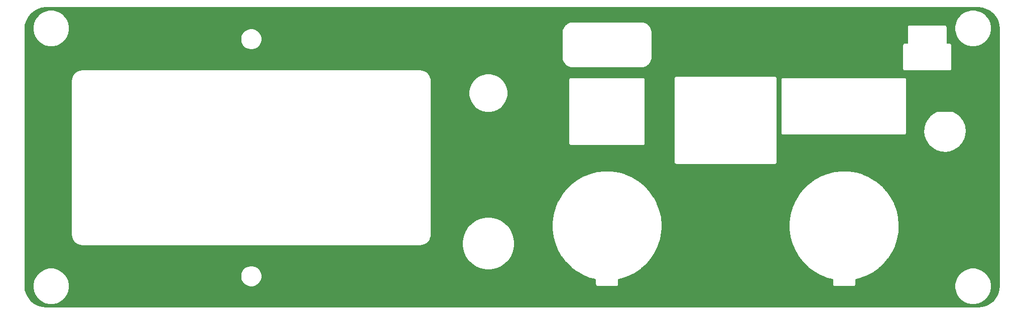
<source format=gbr>
%TF.GenerationSoftware,KiCad,Pcbnew,5.1.9-73d0e3b20d~88~ubuntu18.04.1*%
%TF.CreationDate,2020-12-31T12:10:29+01:00*%
%TF.ProjectId,ss_backpanel-mirrored,73735f62-6163-46b7-9061-6e656c2d6d69,rev?*%
%TF.SameCoordinates,Original*%
%TF.FileFunction,Copper,L1,Top*%
%TF.FilePolarity,Positive*%
%FSLAX46Y46*%
G04 Gerber Fmt 4.6, Leading zero omitted, Abs format (unit mm)*
G04 Created by KiCad (PCBNEW 5.1.9-73d0e3b20d~88~ubuntu18.04.1) date 2020-12-31 12:10:29*
%MOMM*%
%LPD*%
G01*
G04 APERTURE LIST*
%TA.AperFunction,NonConductor*%
%ADD10C,0.154000*%
%TD*%
%TA.AperFunction,NonConductor*%
%ADD11C,0.150000*%
%TD*%
G04 APERTURE END LIST*
D10*
X229306635Y-49241754D02*
X229976729Y-49444067D01*
X230594768Y-49772685D01*
X231137207Y-50215088D01*
X231583385Y-50754425D01*
X231916310Y-51370153D01*
X232123297Y-52038820D01*
X232197961Y-52749203D01*
X232198000Y-52760484D01*
X232198001Y-96095216D01*
X232128246Y-96806635D01*
X231925933Y-97476729D01*
X231597316Y-98094766D01*
X231154912Y-98637207D01*
X230615574Y-99083386D01*
X229999843Y-99416311D01*
X229331178Y-99623297D01*
X228620799Y-99697961D01*
X228609516Y-99698000D01*
X71404773Y-99698000D01*
X70693365Y-99628246D01*
X70023271Y-99425933D01*
X69405234Y-99097316D01*
X68862793Y-98654912D01*
X68416614Y-98115574D01*
X68083689Y-97499843D01*
X67876703Y-96831178D01*
X67802039Y-96120799D01*
X67802000Y-96109516D01*
X67802000Y-95896942D01*
X69173000Y-95896942D01*
X69173000Y-96503058D01*
X69291248Y-97097528D01*
X69523198Y-97657506D01*
X69859938Y-98161473D01*
X70288527Y-98590062D01*
X70792494Y-98926802D01*
X71352472Y-99158752D01*
X71946942Y-99277000D01*
X72553058Y-99277000D01*
X73147528Y-99158752D01*
X73707506Y-98926802D01*
X74211473Y-98590062D01*
X74640062Y-98161473D01*
X74976802Y-97657506D01*
X75208752Y-97097528D01*
X75327000Y-96503058D01*
X75327000Y-95896942D01*
X75208752Y-95302472D01*
X74976802Y-94742494D01*
X74697829Y-94324981D01*
X104223000Y-94324981D01*
X104223000Y-94675019D01*
X104291289Y-95018332D01*
X104425243Y-95341725D01*
X104619714Y-95632771D01*
X104867229Y-95880286D01*
X105158275Y-96074757D01*
X105481668Y-96208711D01*
X105824981Y-96277000D01*
X106175019Y-96277000D01*
X106518332Y-96208711D01*
X106841725Y-96074757D01*
X107132771Y-95880286D01*
X107380286Y-95632771D01*
X107574757Y-95341725D01*
X107708711Y-95018332D01*
X107777000Y-94675019D01*
X107777000Y-94324981D01*
X107708711Y-93981668D01*
X107574757Y-93658275D01*
X107380286Y-93367229D01*
X107132771Y-93119714D01*
X106841725Y-92925243D01*
X106518332Y-92791289D01*
X106175019Y-92723000D01*
X105824981Y-92723000D01*
X105481668Y-92791289D01*
X105158275Y-92925243D01*
X104867229Y-93119714D01*
X104619714Y-93367229D01*
X104425243Y-93658275D01*
X104291289Y-93981668D01*
X104223000Y-94324981D01*
X74697829Y-94324981D01*
X74640062Y-94238527D01*
X74211473Y-93809938D01*
X73707506Y-93473198D01*
X73147528Y-93241248D01*
X72553058Y-93123000D01*
X71946942Y-93123000D01*
X71352472Y-93241248D01*
X70792494Y-93473198D01*
X70288527Y-93809938D01*
X69859938Y-94238527D01*
X69523198Y-94742494D01*
X69291248Y-95302472D01*
X69173000Y-95896942D01*
X67802000Y-95896942D01*
X67802000Y-61483452D01*
X75663000Y-61483452D01*
X75663001Y-87516549D01*
X75664489Y-87531659D01*
X75664424Y-87541015D01*
X75664883Y-87545697D01*
X75695483Y-87836843D01*
X75701625Y-87866765D01*
X75707348Y-87896766D01*
X75708708Y-87901271D01*
X75795276Y-88180926D01*
X75807115Y-88209090D01*
X75818555Y-88237404D01*
X75820764Y-88241559D01*
X75960003Y-88499075D01*
X75977077Y-88524388D01*
X75993807Y-88549954D01*
X75996781Y-88553601D01*
X76183386Y-88779168D01*
X76205057Y-88800688D01*
X76226430Y-88822513D01*
X76230055Y-88825512D01*
X76456919Y-89010538D01*
X76482347Y-89027432D01*
X76507562Y-89044697D01*
X76511701Y-89046935D01*
X76770182Y-89184372D01*
X76798437Y-89196018D01*
X76826495Y-89208044D01*
X76830990Y-89209436D01*
X77111244Y-89294050D01*
X77141217Y-89299985D01*
X77171084Y-89306333D01*
X77175761Y-89306825D01*
X77175763Y-89306825D01*
X77467115Y-89335392D01*
X77467126Y-89335392D01*
X77483451Y-89337000D01*
X134516549Y-89337000D01*
X134531668Y-89335511D01*
X134541015Y-89335576D01*
X134545697Y-89335117D01*
X134836843Y-89304517D01*
X134866765Y-89298375D01*
X134896766Y-89292652D01*
X134901271Y-89291292D01*
X135180926Y-89204724D01*
X135209090Y-89192885D01*
X135237404Y-89181445D01*
X135241554Y-89179239D01*
X135241558Y-89179237D01*
X135241561Y-89179235D01*
X135499075Y-89039997D01*
X135524388Y-89022923D01*
X135549954Y-89006193D01*
X135553601Y-89003219D01*
X135779168Y-88816614D01*
X135800688Y-88794943D01*
X135822513Y-88773570D01*
X135825512Y-88769945D01*
X135993493Y-88563979D01*
X141573000Y-88563979D01*
X141573000Y-89436021D01*
X141743127Y-90291308D01*
X142076844Y-91096971D01*
X142561325Y-91822048D01*
X143177952Y-92438675D01*
X143903029Y-92923156D01*
X144708692Y-93256873D01*
X145563979Y-93427000D01*
X146436021Y-93427000D01*
X147291308Y-93256873D01*
X148096971Y-92923156D01*
X148822048Y-92438675D01*
X149438675Y-91822048D01*
X149923156Y-91096971D01*
X150256873Y-90291308D01*
X150427000Y-89436021D01*
X150427000Y-88563979D01*
X150256873Y-87708692D01*
X149923156Y-86903029D01*
X149704524Y-86575823D01*
X156737324Y-86575823D01*
X156737779Y-86582868D01*
X156737593Y-86589936D01*
X156740202Y-86620399D01*
X156894847Y-87795813D01*
X156896231Y-87802743D01*
X156896981Y-87809766D01*
X156903596Y-87839616D01*
X157212338Y-88984252D01*
X157214627Y-88990940D01*
X157216299Y-88997801D01*
X157226794Y-89026486D01*
X157226803Y-89026513D01*
X157226807Y-89026520D01*
X157684220Y-90120261D01*
X157687369Y-90126579D01*
X157689937Y-90133167D01*
X157704147Y-90160238D01*
X158302200Y-91183882D01*
X158306164Y-91189737D01*
X158309575Y-91195918D01*
X158327240Y-91220873D01*
X159055423Y-92156428D01*
X159060125Y-92161707D01*
X159064324Y-92167382D01*
X159085113Y-92189758D01*
X159085135Y-92189782D01*
X159085143Y-92189789D01*
X159930654Y-93020811D01*
X159936007Y-93025416D01*
X159940926Y-93030493D01*
X159964517Y-93049943D01*
X160912518Y-93761848D01*
X160918435Y-93765706D01*
X160923980Y-93770086D01*
X160949935Y-93786244D01*
X161983762Y-94366515D01*
X161990136Y-94369556D01*
X161996213Y-94373165D01*
X162024059Y-94385741D01*
X162024077Y-94385749D01*
X162024082Y-94385751D01*
X163125568Y-94824194D01*
X163132286Y-94826365D01*
X163138789Y-94829139D01*
X163168059Y-94837923D01*
X163168072Y-94837927D01*
X163168076Y-94837928D01*
X164063001Y-95062797D01*
X164063000Y-95883451D01*
X164061370Y-95900000D01*
X164067877Y-95966063D01*
X164087147Y-96029588D01*
X164118439Y-96088133D01*
X164160552Y-96139448D01*
X164211556Y-96181306D01*
X164211867Y-96181561D01*
X164270412Y-96212853D01*
X164333937Y-96232123D01*
X164400000Y-96238630D01*
X164416548Y-96237000D01*
X167583685Y-96237000D01*
X167600458Y-96238629D01*
X167632862Y-96235393D01*
X167666063Y-96232123D01*
X167666285Y-96232056D01*
X167666512Y-96232033D01*
X167697760Y-96222508D01*
X167729588Y-96212853D01*
X167729793Y-96212743D01*
X167730011Y-96212677D01*
X167758897Y-96197187D01*
X167788133Y-96181561D01*
X167788311Y-96181415D01*
X167788514Y-96181306D01*
X167813653Y-96160617D01*
X167839448Y-96139448D01*
X167839598Y-96139266D01*
X167839771Y-96139123D01*
X167860209Y-96114151D01*
X167881561Y-96088133D01*
X167881671Y-96087926D01*
X167881815Y-96087751D01*
X167897144Y-96058978D01*
X167912853Y-96029588D01*
X167912920Y-96029366D01*
X167913028Y-96029164D01*
X167922505Y-95997769D01*
X167932123Y-95966063D01*
X167932146Y-95965833D01*
X167932212Y-95965613D01*
X167935388Y-95932916D01*
X167938630Y-95900000D01*
X167936977Y-95883223D01*
X167935875Y-95069235D01*
X168434057Y-94956095D01*
X168437167Y-94955168D01*
X168440352Y-94954601D01*
X168469668Y-94945920D01*
X169589979Y-94558084D01*
X169596488Y-94555335D01*
X169603218Y-94553188D01*
X169631128Y-94540706D01*
X170690304Y-94008108D01*
X170696395Y-94004521D01*
X170702779Y-94001504D01*
X170728759Y-93985462D01*
X170728794Y-93985441D01*
X170728804Y-93985433D01*
X171708226Y-93317439D01*
X171713789Y-93313078D01*
X171719718Y-93309243D01*
X171743350Y-93289904D01*
X171743379Y-93289881D01*
X171743387Y-93289873D01*
X172625860Y-92498210D01*
X172630793Y-92493156D01*
X172636168Y-92488566D01*
X172657060Y-92466244D01*
X173427085Y-91564814D01*
X173431309Y-91559148D01*
X173436027Y-91553891D01*
X173453761Y-91529033D01*
X173453784Y-91529002D01*
X173453790Y-91528991D01*
X174097824Y-90533651D01*
X174101259Y-90527482D01*
X174105243Y-90521642D01*
X174119541Y-90494642D01*
X174119552Y-90494623D01*
X174119554Y-90494617D01*
X174626294Y-89422837D01*
X174628887Y-89416255D01*
X174632058Y-89409952D01*
X174642668Y-89381277D01*
X175003208Y-88251886D01*
X175004907Y-88245025D01*
X175007218Y-88238352D01*
X175013943Y-88208526D01*
X175221947Y-87041373D01*
X175222724Y-87034340D01*
X175224131Y-87027427D01*
X175226852Y-86996974D01*
X175245275Y-86575823D01*
X196737324Y-86575823D01*
X196737779Y-86582868D01*
X196737593Y-86589936D01*
X196740202Y-86620399D01*
X196894847Y-87795813D01*
X196896231Y-87802743D01*
X196896981Y-87809766D01*
X196903596Y-87839616D01*
X197212338Y-88984252D01*
X197214627Y-88990940D01*
X197216299Y-88997801D01*
X197226794Y-89026486D01*
X197226803Y-89026513D01*
X197226807Y-89026520D01*
X197684220Y-90120261D01*
X197687369Y-90126579D01*
X197689937Y-90133167D01*
X197704147Y-90160238D01*
X198302200Y-91183882D01*
X198306164Y-91189737D01*
X198309575Y-91195918D01*
X198327240Y-91220873D01*
X199055423Y-92156428D01*
X199060125Y-92161707D01*
X199064324Y-92167382D01*
X199085113Y-92189758D01*
X199085135Y-92189782D01*
X199085143Y-92189789D01*
X199930654Y-93020811D01*
X199936007Y-93025416D01*
X199940926Y-93030493D01*
X199964517Y-93049943D01*
X200912518Y-93761848D01*
X200918435Y-93765706D01*
X200923980Y-93770086D01*
X200949935Y-93786244D01*
X201983762Y-94366515D01*
X201990136Y-94369556D01*
X201996213Y-94373165D01*
X202024059Y-94385741D01*
X202024077Y-94385749D01*
X202024082Y-94385751D01*
X203125568Y-94824194D01*
X203132286Y-94826365D01*
X203138789Y-94829139D01*
X203168059Y-94837923D01*
X203168072Y-94837927D01*
X203168076Y-94837928D01*
X204063001Y-95062797D01*
X204063000Y-95883451D01*
X204061370Y-95900000D01*
X204067877Y-95966063D01*
X204087147Y-96029588D01*
X204118439Y-96088133D01*
X204160552Y-96139448D01*
X204211556Y-96181306D01*
X204211867Y-96181561D01*
X204270412Y-96212853D01*
X204333937Y-96232123D01*
X204400000Y-96238630D01*
X204416548Y-96237000D01*
X207583685Y-96237000D01*
X207600458Y-96238629D01*
X207632862Y-96235393D01*
X207666063Y-96232123D01*
X207666285Y-96232056D01*
X207666512Y-96232033D01*
X207697760Y-96222508D01*
X207729588Y-96212853D01*
X207729793Y-96212743D01*
X207730011Y-96212677D01*
X207758897Y-96197187D01*
X207788133Y-96181561D01*
X207788311Y-96181415D01*
X207788514Y-96181306D01*
X207813653Y-96160617D01*
X207839448Y-96139448D01*
X207839598Y-96139266D01*
X207839771Y-96139123D01*
X207860209Y-96114151D01*
X207881561Y-96088133D01*
X207881671Y-96087926D01*
X207881815Y-96087751D01*
X207897144Y-96058978D01*
X207912853Y-96029588D01*
X207912920Y-96029366D01*
X207913028Y-96029164D01*
X207922505Y-95997769D01*
X207932123Y-95966063D01*
X207932146Y-95965833D01*
X207932212Y-95965613D01*
X207935388Y-95932916D01*
X207938630Y-95900000D01*
X207938329Y-95896942D01*
X224673000Y-95896942D01*
X224673000Y-96503058D01*
X224791248Y-97097528D01*
X225023198Y-97657506D01*
X225359938Y-98161473D01*
X225788527Y-98590062D01*
X226292494Y-98926802D01*
X226852472Y-99158752D01*
X227446942Y-99277000D01*
X228053058Y-99277000D01*
X228647528Y-99158752D01*
X229207506Y-98926802D01*
X229711473Y-98590062D01*
X230140062Y-98161473D01*
X230476802Y-97657506D01*
X230708752Y-97097528D01*
X230827000Y-96503058D01*
X230827000Y-95896942D01*
X230708752Y-95302472D01*
X230476802Y-94742494D01*
X230140062Y-94238527D01*
X229711473Y-93809938D01*
X229207506Y-93473198D01*
X228647528Y-93241248D01*
X228053058Y-93123000D01*
X227446942Y-93123000D01*
X226852472Y-93241248D01*
X226292494Y-93473198D01*
X225788527Y-93809938D01*
X225359938Y-94238527D01*
X225023198Y-94742494D01*
X224791248Y-95302472D01*
X224673000Y-95896942D01*
X207938329Y-95896942D01*
X207936977Y-95883223D01*
X207935875Y-95069235D01*
X208434057Y-94956095D01*
X208437167Y-94955168D01*
X208440352Y-94954601D01*
X208469668Y-94945920D01*
X209589979Y-94558084D01*
X209596488Y-94555335D01*
X209603218Y-94553188D01*
X209631128Y-94540706D01*
X210690304Y-94008108D01*
X210696395Y-94004521D01*
X210702779Y-94001504D01*
X210728759Y-93985462D01*
X210728794Y-93985441D01*
X210728804Y-93985433D01*
X211708226Y-93317439D01*
X211713789Y-93313078D01*
X211719718Y-93309243D01*
X211743350Y-93289904D01*
X211743379Y-93289881D01*
X211743387Y-93289873D01*
X212625860Y-92498210D01*
X212630793Y-92493156D01*
X212636168Y-92488566D01*
X212657060Y-92466244D01*
X213427085Y-91564814D01*
X213431309Y-91559148D01*
X213436027Y-91553891D01*
X213453761Y-91529033D01*
X213453784Y-91529002D01*
X213453790Y-91528991D01*
X214097824Y-90533651D01*
X214101259Y-90527482D01*
X214105243Y-90521642D01*
X214119541Y-90494642D01*
X214119552Y-90494623D01*
X214119554Y-90494617D01*
X214626294Y-89422837D01*
X214628887Y-89416255D01*
X214632058Y-89409952D01*
X214642668Y-89381277D01*
X215003208Y-88251886D01*
X215004907Y-88245025D01*
X215007218Y-88238352D01*
X215013943Y-88208526D01*
X215221947Y-87041373D01*
X215222724Y-87034340D01*
X215224131Y-87027427D01*
X215226852Y-86996974D01*
X215278665Y-85812563D01*
X215278505Y-85805494D01*
X215278986Y-85798452D01*
X215277657Y-85767956D01*
X215277656Y-85767906D01*
X215277653Y-85767890D01*
X215172367Y-84587047D01*
X215171276Y-84580072D01*
X215170820Y-84573017D01*
X215165468Y-84542962D01*
X215165461Y-84542916D01*
X215165456Y-84542898D01*
X214904920Y-83386354D01*
X214902913Y-83379576D01*
X214901530Y-83372652D01*
X214892247Y-83343555D01*
X214892238Y-83343525D01*
X214892234Y-83343517D01*
X214481024Y-82231581D01*
X214478139Y-82225129D01*
X214475852Y-82218448D01*
X214462807Y-82190844D01*
X214462789Y-82190805D01*
X214462782Y-82190794D01*
X213908125Y-81143015D01*
X213904411Y-81137000D01*
X213901261Y-81130681D01*
X213884678Y-81105042D01*
X213884657Y-81105008D01*
X213884649Y-81104998D01*
X213196289Y-80139781D01*
X213191817Y-80134316D01*
X213187855Y-80128463D01*
X213168000Y-80105212D01*
X212358023Y-79239505D01*
X212352866Y-79234679D01*
X212348166Y-79229402D01*
X212325411Y-79208981D01*
X211408052Y-78458003D01*
X211402302Y-78453901D01*
X211396946Y-78449293D01*
X211371712Y-78432077D01*
X211371690Y-78432061D01*
X211371683Y-78432057D01*
X210363068Y-77809006D01*
X210356825Y-77805700D01*
X210350907Y-77801841D01*
X210323632Y-77788120D01*
X210323594Y-77788100D01*
X210323581Y-77788095D01*
X209241429Y-77303916D01*
X209234806Y-77301465D01*
X209228427Y-77298422D01*
X209199537Y-77288415D01*
X208062843Y-76951606D01*
X208055952Y-76950052D01*
X208049228Y-76947880D01*
X208019268Y-76941782D01*
X206848014Y-76758267D01*
X206840971Y-76757638D01*
X206834025Y-76756375D01*
X206803526Y-76754292D01*
X206803522Y-76754292D01*
X205618286Y-76727295D01*
X205611219Y-76727603D01*
X205604171Y-76727270D01*
X205573660Y-76729240D01*
X204395265Y-76859235D01*
X204388310Y-76860473D01*
X204381270Y-76861076D01*
X204351334Y-76867056D01*
X204351288Y-76867064D01*
X204351274Y-76867068D01*
X203200437Y-77151769D01*
X203193705Y-77153917D01*
X203186808Y-77155445D01*
X203157910Y-77165336D01*
X203157882Y-77165345D01*
X203157874Y-77165349D01*
X202054795Y-77599756D01*
X202048405Y-77602776D01*
X202041773Y-77605202D01*
X202014448Y-77618823D01*
X202014409Y-77618841D01*
X202014398Y-77618848D01*
X200978465Y-78195326D01*
X200972532Y-78199163D01*
X200966278Y-78202446D01*
X200940980Y-78219570D01*
X200940958Y-78219585D01*
X200940951Y-78219591D01*
X199990358Y-78928016D01*
X199984987Y-78932603D01*
X199979220Y-78936685D01*
X199956390Y-78957022D01*
X199107834Y-79784953D01*
X199103113Y-79790214D01*
X199097940Y-79795020D01*
X199078000Y-79818198D01*
X198346399Y-80751082D01*
X198342416Y-80756920D01*
X198337924Y-80762368D01*
X198321247Y-80787947D01*
X198321224Y-80787980D01*
X198321218Y-80787992D01*
X197719429Y-81809428D01*
X197716254Y-81815739D01*
X197712520Y-81821737D01*
X197699355Y-81849332D01*
X197237940Y-82941398D01*
X197235629Y-82948071D01*
X197232719Y-82954513D01*
X197223334Y-82983563D01*
X197223319Y-82983606D01*
X197223316Y-82983620D01*
X196910390Y-84127105D01*
X196908980Y-84134030D01*
X196906950Y-84140795D01*
X196901480Y-84170877D01*
X196742534Y-85345716D01*
X196742053Y-85352767D01*
X196740935Y-85359741D01*
X196739495Y-85390233D01*
X196739492Y-85390281D01*
X196739493Y-85390296D01*
X196737324Y-86575823D01*
X175245275Y-86575823D01*
X175278665Y-85812563D01*
X175278505Y-85805494D01*
X175278986Y-85798452D01*
X175277657Y-85767956D01*
X175277656Y-85767906D01*
X175277653Y-85767890D01*
X175172367Y-84587047D01*
X175171276Y-84580072D01*
X175170820Y-84573017D01*
X175165468Y-84542962D01*
X175165461Y-84542916D01*
X175165456Y-84542898D01*
X174904920Y-83386354D01*
X174902913Y-83379576D01*
X174901530Y-83372652D01*
X174892247Y-83343555D01*
X174892238Y-83343525D01*
X174892234Y-83343517D01*
X174481024Y-82231581D01*
X174478139Y-82225129D01*
X174475852Y-82218448D01*
X174462807Y-82190844D01*
X174462789Y-82190805D01*
X174462782Y-82190794D01*
X173908125Y-81143015D01*
X173904411Y-81137000D01*
X173901261Y-81130681D01*
X173884678Y-81105042D01*
X173884657Y-81105008D01*
X173884649Y-81104998D01*
X173196289Y-80139781D01*
X173191817Y-80134316D01*
X173187855Y-80128463D01*
X173168000Y-80105212D01*
X172358023Y-79239505D01*
X172352866Y-79234679D01*
X172348166Y-79229402D01*
X172325411Y-79208981D01*
X171408052Y-78458003D01*
X171402302Y-78453901D01*
X171396946Y-78449293D01*
X171371712Y-78432077D01*
X171371690Y-78432061D01*
X171371683Y-78432057D01*
X170363068Y-77809006D01*
X170356825Y-77805700D01*
X170350907Y-77801841D01*
X170323632Y-77788120D01*
X170323594Y-77788100D01*
X170323581Y-77788095D01*
X169241429Y-77303916D01*
X169234806Y-77301465D01*
X169228427Y-77298422D01*
X169199537Y-77288415D01*
X168062843Y-76951606D01*
X168055952Y-76950052D01*
X168049228Y-76947880D01*
X168019268Y-76941782D01*
X166848014Y-76758267D01*
X166840971Y-76757638D01*
X166834025Y-76756375D01*
X166803526Y-76754292D01*
X166803522Y-76754292D01*
X165618286Y-76727295D01*
X165611219Y-76727603D01*
X165604171Y-76727270D01*
X165573660Y-76729240D01*
X164395265Y-76859235D01*
X164388310Y-76860473D01*
X164381270Y-76861076D01*
X164351334Y-76867056D01*
X164351288Y-76867064D01*
X164351274Y-76867068D01*
X163200437Y-77151769D01*
X163193705Y-77153917D01*
X163186808Y-77155445D01*
X163157910Y-77165336D01*
X163157882Y-77165345D01*
X163157874Y-77165349D01*
X162054795Y-77599756D01*
X162048405Y-77602776D01*
X162041773Y-77605202D01*
X162014448Y-77618823D01*
X162014409Y-77618841D01*
X162014398Y-77618848D01*
X160978465Y-78195326D01*
X160972532Y-78199163D01*
X160966278Y-78202446D01*
X160940980Y-78219570D01*
X160940958Y-78219585D01*
X160940951Y-78219591D01*
X159990358Y-78928016D01*
X159984987Y-78932603D01*
X159979220Y-78936685D01*
X159956390Y-78957022D01*
X159107834Y-79784953D01*
X159103113Y-79790214D01*
X159097940Y-79795020D01*
X159078000Y-79818198D01*
X158346399Y-80751082D01*
X158342416Y-80756920D01*
X158337924Y-80762368D01*
X158321247Y-80787947D01*
X158321224Y-80787980D01*
X158321218Y-80787992D01*
X157719429Y-81809428D01*
X157716254Y-81815739D01*
X157712520Y-81821737D01*
X157699355Y-81849332D01*
X157237940Y-82941398D01*
X157235629Y-82948071D01*
X157232719Y-82954513D01*
X157223334Y-82983563D01*
X157223319Y-82983606D01*
X157223316Y-82983620D01*
X156910390Y-84127105D01*
X156908980Y-84134030D01*
X156906950Y-84140795D01*
X156901480Y-84170877D01*
X156742534Y-85345716D01*
X156742053Y-85352767D01*
X156740935Y-85359741D01*
X156739495Y-85390233D01*
X156739492Y-85390281D01*
X156739493Y-85390296D01*
X156737324Y-86575823D01*
X149704524Y-86575823D01*
X149438675Y-86177952D01*
X148822048Y-85561325D01*
X148096971Y-85076844D01*
X147291308Y-84743127D01*
X146436021Y-84573000D01*
X145563979Y-84573000D01*
X144708692Y-84743127D01*
X143903029Y-85076844D01*
X143177952Y-85561325D01*
X142561325Y-86177952D01*
X142076844Y-86903029D01*
X141743127Y-87708692D01*
X141573000Y-88563979D01*
X135993493Y-88563979D01*
X136010538Y-88543081D01*
X136027432Y-88517653D01*
X136044697Y-88492438D01*
X136046935Y-88488299D01*
X136184372Y-88229818D01*
X136196018Y-88201563D01*
X136208044Y-88173505D01*
X136209436Y-88169010D01*
X136294050Y-87888756D01*
X136299985Y-87858783D01*
X136306333Y-87828916D01*
X136306825Y-87824237D01*
X136335392Y-87532885D01*
X136335392Y-87532874D01*
X136337000Y-87516549D01*
X136337000Y-63277244D01*
X142723000Y-63277244D01*
X142723000Y-63922756D01*
X142848933Y-64555866D01*
X143095960Y-65152242D01*
X143454588Y-65688966D01*
X143911034Y-66145412D01*
X144447758Y-66504040D01*
X145044134Y-66751067D01*
X145677244Y-66877000D01*
X146322756Y-66877000D01*
X146955866Y-66751067D01*
X147552242Y-66504040D01*
X148088966Y-66145412D01*
X148545412Y-65688966D01*
X148904040Y-65152242D01*
X149151067Y-64555866D01*
X149277000Y-63922756D01*
X149277000Y-63277244D01*
X149151067Y-62644134D01*
X148904040Y-62047758D01*
X148545412Y-61511034D01*
X148334378Y-61300000D01*
X159561370Y-61300000D01*
X159563001Y-61316559D01*
X159563000Y-72083451D01*
X159561370Y-72100000D01*
X159567877Y-72166063D01*
X159587147Y-72229588D01*
X159618439Y-72288133D01*
X159660552Y-72339448D01*
X159710880Y-72380751D01*
X159711867Y-72381561D01*
X159770412Y-72412853D01*
X159833937Y-72432123D01*
X159900000Y-72438630D01*
X159916548Y-72437000D01*
X172083452Y-72437000D01*
X172100000Y-72438630D01*
X172166063Y-72432123D01*
X172229588Y-72412853D01*
X172288133Y-72381561D01*
X172339448Y-72339448D01*
X172381561Y-72288133D01*
X172412853Y-72229588D01*
X172432123Y-72166063D01*
X172437000Y-72116549D01*
X172437000Y-72116548D01*
X172438630Y-72100000D01*
X172437000Y-72083451D01*
X172437000Y-61316549D01*
X172438630Y-61300000D01*
X172434745Y-61260552D01*
X172432123Y-61233937D01*
X172412853Y-61170412D01*
X172381561Y-61111867D01*
X172371823Y-61100000D01*
X177321176Y-61100000D01*
X177323001Y-61118530D01*
X177323000Y-75231481D01*
X177321176Y-75250000D01*
X177328455Y-75323905D01*
X177350012Y-75394970D01*
X177385019Y-75460463D01*
X177432131Y-75517869D01*
X177489537Y-75564981D01*
X177555030Y-75599988D01*
X177626095Y-75621545D01*
X177700000Y-75628824D01*
X177718519Y-75627000D01*
X194281481Y-75627000D01*
X194300000Y-75628824D01*
X194318519Y-75627000D01*
X194373905Y-75621545D01*
X194444970Y-75599988D01*
X194510463Y-75564981D01*
X194567869Y-75517869D01*
X194614981Y-75460463D01*
X194649988Y-75394970D01*
X194671545Y-75323905D01*
X194678824Y-75250000D01*
X194677000Y-75231481D01*
X194677000Y-61300000D01*
X195331370Y-61300000D01*
X195333001Y-61316559D01*
X195333000Y-70283451D01*
X195331370Y-70300000D01*
X195337877Y-70366063D01*
X195357147Y-70429588D01*
X195388439Y-70488133D01*
X195430552Y-70539448D01*
X195454535Y-70559130D01*
X195481867Y-70581561D01*
X195540412Y-70612853D01*
X195603937Y-70632123D01*
X195670000Y-70638630D01*
X195686548Y-70637000D01*
X216153451Y-70637000D01*
X216170000Y-70638630D01*
X216186548Y-70637000D01*
X216186549Y-70637000D01*
X216236063Y-70632123D01*
X216299588Y-70612853D01*
X216358133Y-70581561D01*
X216409448Y-70539448D01*
X216451561Y-70488133D01*
X216482853Y-70429588D01*
X216502123Y-70366063D01*
X216508630Y-70300000D01*
X216507000Y-70283451D01*
X216507000Y-70068099D01*
X219425378Y-70068099D01*
X219426208Y-70097754D01*
X219426623Y-70127360D01*
X219427164Y-70131894D01*
X219506685Y-70761117D01*
X219513247Y-70789995D01*
X219519415Y-70819006D01*
X219520826Y-70823349D01*
X219721049Y-71425143D01*
X219733102Y-71452212D01*
X219744781Y-71479458D01*
X219747009Y-71483444D01*
X220060308Y-72034887D01*
X220077392Y-72059102D01*
X220094138Y-72083556D01*
X220097098Y-72087033D01*
X220511538Y-72567121D01*
X220533000Y-72587557D01*
X220554178Y-72608294D01*
X220557757Y-72611131D01*
X221057554Y-73001575D01*
X221082602Y-73017469D01*
X221107379Y-73033681D01*
X221111440Y-73035769D01*
X221677556Y-73321700D01*
X221705153Y-73332403D01*
X221732668Y-73343518D01*
X221737057Y-73344776D01*
X222347930Y-73515303D01*
X222377113Y-73520447D01*
X222406230Y-73526000D01*
X222410781Y-73526382D01*
X223043142Y-73575009D01*
X223072782Y-73574387D01*
X223102409Y-73574179D01*
X223106947Y-73573670D01*
X223736710Y-73498544D01*
X223765668Y-73492175D01*
X223794687Y-73486217D01*
X223799039Y-73484837D01*
X224402217Y-73288821D01*
X224429364Y-73276959D01*
X224456696Y-73265468D01*
X224460697Y-73263268D01*
X225014314Y-72953827D01*
X225038679Y-72936891D01*
X225063219Y-72920337D01*
X225066717Y-72917402D01*
X225549686Y-72506323D01*
X225570258Y-72485018D01*
X225591156Y-72463972D01*
X225594017Y-72460413D01*
X225987942Y-71963354D01*
X226004012Y-71938415D01*
X226020395Y-71913754D01*
X226022510Y-71909708D01*
X226312387Y-71345601D01*
X226323292Y-71318054D01*
X226334589Y-71290643D01*
X226335878Y-71286263D01*
X226510666Y-70676595D01*
X226516010Y-70647466D01*
X226521770Y-70618371D01*
X226522184Y-70613824D01*
X226575224Y-69981816D01*
X226574808Y-69952183D01*
X226574807Y-69922545D01*
X226574329Y-69918004D01*
X226503602Y-69287732D01*
X226497440Y-69258751D01*
X226491681Y-69229670D01*
X226490330Y-69225308D01*
X226298530Y-68620777D01*
X226286836Y-68593497D01*
X226275557Y-68566136D01*
X226273386Y-68562120D01*
X225967818Y-68006357D01*
X225951079Y-67981912D01*
X225934670Y-67957218D01*
X225931759Y-67953700D01*
X225524061Y-67467873D01*
X225502892Y-67447145D01*
X225482001Y-67426110D01*
X225478462Y-67423224D01*
X224984165Y-67025838D01*
X224959396Y-67009631D01*
X224934794Y-66993039D01*
X224930762Y-66990895D01*
X224369908Y-66697722D01*
X224342937Y-66683307D01*
X224281296Y-66664612D01*
X224233254Y-66659883D01*
X221782485Y-66660000D01*
X221782481Y-66660000D01*
X221766424Y-66660001D01*
X221718382Y-66664736D01*
X221656743Y-66683437D01*
X221640755Y-66691984D01*
X221528562Y-66740077D01*
X221513550Y-66748331D01*
X221497854Y-66755189D01*
X221493883Y-66757445D01*
X220944640Y-67074586D01*
X220920544Y-67091839D01*
X220896207Y-67108755D01*
X220892750Y-67111739D01*
X220415569Y-67529521D01*
X220395288Y-67551121D01*
X220374695Y-67572447D01*
X220371884Y-67576045D01*
X219984937Y-68078556D01*
X219969226Y-68103702D01*
X219953179Y-68128604D01*
X219951120Y-68132679D01*
X219669148Y-68700779D01*
X219658634Y-68728461D01*
X219647716Y-68756041D01*
X219646489Y-68760439D01*
X219480230Y-69372487D01*
X219475292Y-69401694D01*
X219469940Y-69430861D01*
X219469589Y-69435413D01*
X219425378Y-70068099D01*
X216507000Y-70068099D01*
X216507000Y-61316549D01*
X216508630Y-61300000D01*
X216504745Y-61260552D01*
X216502123Y-61233937D01*
X216482853Y-61170412D01*
X216451561Y-61111867D01*
X216409448Y-61060552D01*
X216358133Y-61018439D01*
X216299588Y-60987147D01*
X216236063Y-60967877D01*
X216170000Y-60961370D01*
X216153452Y-60963000D01*
X195686549Y-60963000D01*
X195670000Y-60961370D01*
X195653452Y-60963000D01*
X195653451Y-60963000D01*
X195603937Y-60967877D01*
X195540412Y-60987147D01*
X195481867Y-61018439D01*
X195430552Y-61060552D01*
X195388439Y-61111867D01*
X195357147Y-61170412D01*
X195337877Y-61233937D01*
X195331370Y-61300000D01*
X194677000Y-61300000D01*
X194677000Y-61118519D01*
X194678824Y-61100000D01*
X194671545Y-61026095D01*
X194649988Y-60955030D01*
X194614981Y-60889537D01*
X194567869Y-60832131D01*
X194510463Y-60785019D01*
X194444970Y-60750012D01*
X194373905Y-60728455D01*
X194318519Y-60723000D01*
X194300000Y-60721176D01*
X194281481Y-60723000D01*
X177718519Y-60723000D01*
X177700000Y-60721176D01*
X177681481Y-60723000D01*
X177626095Y-60728455D01*
X177555030Y-60750012D01*
X177489537Y-60785019D01*
X177432131Y-60832131D01*
X177385019Y-60889537D01*
X177350012Y-60955030D01*
X177328455Y-61026095D01*
X177321176Y-61100000D01*
X172371823Y-61100000D01*
X172370779Y-61098729D01*
X172339448Y-61060552D01*
X172288133Y-61018439D01*
X172229588Y-60987147D01*
X172166063Y-60967877D01*
X172116549Y-60963000D01*
X172116548Y-60963000D01*
X172100000Y-60961370D01*
X172083451Y-60963000D01*
X159916549Y-60963000D01*
X159900000Y-60961370D01*
X159883452Y-60963000D01*
X159883451Y-60963000D01*
X159833937Y-60967877D01*
X159770412Y-60987147D01*
X159711867Y-61018439D01*
X159660552Y-61060552D01*
X159618439Y-61111867D01*
X159587147Y-61170412D01*
X159567877Y-61233937D01*
X159561370Y-61300000D01*
X148334378Y-61300000D01*
X148088966Y-61054588D01*
X147552242Y-60695960D01*
X146955866Y-60448933D01*
X146322756Y-60323000D01*
X145677244Y-60323000D01*
X145044134Y-60448933D01*
X144447758Y-60695960D01*
X143911034Y-61054588D01*
X143454588Y-61511034D01*
X143095960Y-62047758D01*
X142848933Y-62644134D01*
X142723000Y-63277244D01*
X136337000Y-63277244D01*
X136337000Y-61483451D01*
X136335511Y-61468332D01*
X136335576Y-61458986D01*
X136335117Y-61454303D01*
X136304517Y-61163158D01*
X136298378Y-61133249D01*
X136292652Y-61103234D01*
X136291292Y-61098729D01*
X136204724Y-60819073D01*
X136192879Y-60790896D01*
X136181445Y-60762596D01*
X136179236Y-60758441D01*
X136039997Y-60500925D01*
X136022923Y-60475612D01*
X136006193Y-60450046D01*
X136003219Y-60446399D01*
X135816614Y-60220832D01*
X135794943Y-60199312D01*
X135773570Y-60177487D01*
X135769945Y-60174488D01*
X135543081Y-59989462D01*
X135517653Y-59972568D01*
X135492438Y-59955303D01*
X135488299Y-59953065D01*
X135229818Y-59815628D01*
X135201563Y-59803982D01*
X135173505Y-59791956D01*
X135169020Y-59790568D01*
X135169010Y-59790564D01*
X135169000Y-59790562D01*
X134888756Y-59705950D01*
X134858783Y-59700015D01*
X134828916Y-59693667D01*
X134824239Y-59693175D01*
X134824237Y-59693175D01*
X134532885Y-59664608D01*
X134532874Y-59664608D01*
X134516549Y-59663000D01*
X77483451Y-59663000D01*
X77468332Y-59664489D01*
X77458986Y-59664424D01*
X77454303Y-59664883D01*
X77163158Y-59695483D01*
X77133249Y-59701622D01*
X77103234Y-59707348D01*
X77098729Y-59708708D01*
X76819073Y-59795276D01*
X76790896Y-59807121D01*
X76762596Y-59818555D01*
X76758446Y-59820761D01*
X76758442Y-59820763D01*
X76758441Y-59820764D01*
X76500925Y-59960003D01*
X76475612Y-59977077D01*
X76450046Y-59993807D01*
X76446399Y-59996781D01*
X76220832Y-60183386D01*
X76199312Y-60205057D01*
X76177487Y-60226430D01*
X76174488Y-60230055D01*
X75989462Y-60456919D01*
X75972568Y-60482347D01*
X75955303Y-60507562D01*
X75953065Y-60511701D01*
X75815628Y-60770182D01*
X75803982Y-60798437D01*
X75791956Y-60826495D01*
X75790568Y-60830980D01*
X75790564Y-60830990D01*
X75790562Y-60831000D01*
X75705950Y-61111244D01*
X75700015Y-61141217D01*
X75693667Y-61171084D01*
X75693175Y-61175763D01*
X75664608Y-61467115D01*
X75664608Y-61467127D01*
X75663000Y-61483452D01*
X67802000Y-61483452D01*
X67802000Y-57516548D01*
X158413000Y-57516548D01*
X158414489Y-57531668D01*
X158414424Y-57541015D01*
X158414883Y-57545697D01*
X158445483Y-57836843D01*
X158451625Y-57866765D01*
X158457348Y-57896766D01*
X158458708Y-57901271D01*
X158545276Y-58180926D01*
X158557115Y-58209090D01*
X158568555Y-58237404D01*
X158570764Y-58241559D01*
X158710003Y-58499075D01*
X158727077Y-58524388D01*
X158743807Y-58549954D01*
X158746781Y-58553601D01*
X158933386Y-58779168D01*
X158955057Y-58800688D01*
X158976430Y-58822513D01*
X158980055Y-58825512D01*
X159206919Y-59010538D01*
X159232347Y-59027432D01*
X159257562Y-59044697D01*
X159261701Y-59046935D01*
X159520182Y-59184372D01*
X159548437Y-59196018D01*
X159576495Y-59208044D01*
X159580990Y-59209436D01*
X159861244Y-59294050D01*
X159891217Y-59299985D01*
X159921084Y-59306333D01*
X159925761Y-59306825D01*
X159925763Y-59306825D01*
X160217115Y-59335392D01*
X160217126Y-59335392D01*
X160233451Y-59337000D01*
X171766549Y-59337000D01*
X171781668Y-59335511D01*
X171791015Y-59335576D01*
X171795697Y-59335117D01*
X172086843Y-59304517D01*
X172116765Y-59298375D01*
X172146766Y-59292652D01*
X172151271Y-59291292D01*
X172430926Y-59204724D01*
X172459090Y-59192885D01*
X172487404Y-59181445D01*
X172491554Y-59179239D01*
X172491558Y-59179237D01*
X172491561Y-59179235D01*
X172749075Y-59039997D01*
X172774388Y-59022923D01*
X172799954Y-59006193D01*
X172803601Y-59003219D01*
X173029168Y-58816614D01*
X173050688Y-58794943D01*
X173072513Y-58773570D01*
X173075512Y-58769945D01*
X173260538Y-58543081D01*
X173277432Y-58517653D01*
X173294697Y-58492438D01*
X173296935Y-58488299D01*
X173434372Y-58229818D01*
X173446018Y-58201563D01*
X173458044Y-58173505D01*
X173459436Y-58169010D01*
X173544050Y-57888756D01*
X173549985Y-57858783D01*
X173556333Y-57828916D01*
X173556825Y-57824237D01*
X173585392Y-57532885D01*
X173585392Y-57532874D01*
X173587000Y-57516549D01*
X173587000Y-55500000D01*
X215861370Y-55500000D01*
X215863000Y-55516548D01*
X215863001Y-59483441D01*
X215861370Y-59500000D01*
X215867877Y-59566063D01*
X215887147Y-59629588D01*
X215918439Y-59688133D01*
X215960552Y-59739448D01*
X216011867Y-59781561D01*
X216070412Y-59812853D01*
X216133937Y-59832123D01*
X216183451Y-59837000D01*
X216183452Y-59837000D01*
X216200000Y-59838630D01*
X216216549Y-59837000D01*
X223783451Y-59837000D01*
X223800000Y-59838630D01*
X223816548Y-59837000D01*
X223816549Y-59837000D01*
X223866063Y-59832123D01*
X223929588Y-59812853D01*
X223988133Y-59781561D01*
X224039448Y-59739448D01*
X224081561Y-59688133D01*
X224112853Y-59629588D01*
X224132123Y-59566063D01*
X224138630Y-59500000D01*
X224137000Y-59483451D01*
X224137000Y-55516548D01*
X224138630Y-55500000D01*
X224132123Y-55433937D01*
X224112853Y-55370412D01*
X224081561Y-55311867D01*
X224039448Y-55260552D01*
X223988133Y-55218439D01*
X223929588Y-55187147D01*
X223866063Y-55167877D01*
X223816549Y-55163000D01*
X223800000Y-55161370D01*
X223783452Y-55163000D01*
X223337000Y-55163000D01*
X223337000Y-52416549D01*
X223338630Y-52400000D01*
X223335374Y-52366942D01*
X224673000Y-52366942D01*
X224673000Y-52973058D01*
X224791248Y-53567528D01*
X225023198Y-54127506D01*
X225359938Y-54631473D01*
X225788527Y-55060062D01*
X226292494Y-55396802D01*
X226852472Y-55628752D01*
X227446942Y-55747000D01*
X228053058Y-55747000D01*
X228647528Y-55628752D01*
X229207506Y-55396802D01*
X229711473Y-55060062D01*
X230140062Y-54631473D01*
X230476802Y-54127506D01*
X230708752Y-53567528D01*
X230827000Y-52973058D01*
X230827000Y-52366942D01*
X230708752Y-51772472D01*
X230476802Y-51212494D01*
X230140062Y-50708527D01*
X229711473Y-50279938D01*
X229207506Y-49943198D01*
X228647528Y-49711248D01*
X228053058Y-49593000D01*
X227446942Y-49593000D01*
X226852472Y-49711248D01*
X226292494Y-49943198D01*
X225788527Y-50279938D01*
X225359938Y-50708527D01*
X225023198Y-51212494D01*
X224791248Y-51772472D01*
X224673000Y-52366942D01*
X223335374Y-52366942D01*
X223332123Y-52333937D01*
X223312853Y-52270412D01*
X223281561Y-52211867D01*
X223239448Y-52160552D01*
X223188133Y-52118439D01*
X223129588Y-52087147D01*
X223066063Y-52067877D01*
X223016549Y-52063000D01*
X223000000Y-52061370D01*
X222983452Y-52063000D01*
X217016548Y-52063000D01*
X217000000Y-52061370D01*
X216983451Y-52063000D01*
X216933937Y-52067877D01*
X216870412Y-52087147D01*
X216811867Y-52118439D01*
X216760552Y-52160552D01*
X216718439Y-52211867D01*
X216687147Y-52270412D01*
X216667877Y-52333937D01*
X216661370Y-52400000D01*
X216663000Y-52416549D01*
X216663001Y-55163000D01*
X216216548Y-55163000D01*
X216200000Y-55161370D01*
X216183451Y-55163000D01*
X216133937Y-55167877D01*
X216070412Y-55187147D01*
X216011867Y-55218439D01*
X215960552Y-55260552D01*
X215918439Y-55311867D01*
X215887147Y-55370412D01*
X215867877Y-55433937D01*
X215861370Y-55500000D01*
X173587000Y-55500000D01*
X173587000Y-53383451D01*
X173585511Y-53368332D01*
X173585576Y-53358986D01*
X173585117Y-53354303D01*
X173554517Y-53063158D01*
X173548378Y-53033249D01*
X173542652Y-53003234D01*
X173541292Y-52998729D01*
X173454724Y-52719073D01*
X173442879Y-52690896D01*
X173431445Y-52662596D01*
X173429236Y-52658441D01*
X173289997Y-52400925D01*
X173272923Y-52375612D01*
X173256193Y-52350046D01*
X173253219Y-52346399D01*
X173066614Y-52120832D01*
X173044943Y-52099312D01*
X173023570Y-52077487D01*
X173019945Y-52074488D01*
X172793081Y-51889462D01*
X172767653Y-51872568D01*
X172742438Y-51855303D01*
X172738299Y-51853065D01*
X172479818Y-51715628D01*
X172451563Y-51703982D01*
X172423505Y-51691956D01*
X172419020Y-51690568D01*
X172419010Y-51690564D01*
X172419000Y-51690562D01*
X172138756Y-51605950D01*
X172108783Y-51600015D01*
X172078916Y-51593667D01*
X172074239Y-51593175D01*
X172074237Y-51593175D01*
X171782885Y-51564608D01*
X171782874Y-51564608D01*
X171766549Y-51563000D01*
X160233451Y-51563000D01*
X160218332Y-51564489D01*
X160208986Y-51564424D01*
X160204303Y-51564883D01*
X159913158Y-51595483D01*
X159883249Y-51601622D01*
X159853234Y-51607348D01*
X159848729Y-51608708D01*
X159569073Y-51695276D01*
X159540896Y-51707121D01*
X159512596Y-51718555D01*
X159508446Y-51720761D01*
X159508442Y-51720763D01*
X159508441Y-51720764D01*
X159250925Y-51860003D01*
X159225612Y-51877077D01*
X159200046Y-51893807D01*
X159196399Y-51896781D01*
X158970832Y-52083386D01*
X158949312Y-52105057D01*
X158927487Y-52126430D01*
X158924488Y-52130055D01*
X158739462Y-52356919D01*
X158722568Y-52382347D01*
X158705303Y-52407562D01*
X158703065Y-52411701D01*
X158565628Y-52670182D01*
X158553982Y-52698437D01*
X158541956Y-52726495D01*
X158540568Y-52730980D01*
X158540564Y-52730990D01*
X158540562Y-52731000D01*
X158455950Y-53011244D01*
X158450015Y-53041217D01*
X158443667Y-53071084D01*
X158443175Y-53075763D01*
X158414608Y-53367115D01*
X158414608Y-53367136D01*
X158413001Y-53383451D01*
X158413000Y-57516548D01*
X67802000Y-57516548D01*
X67802000Y-52774773D01*
X67841988Y-52366942D01*
X69173000Y-52366942D01*
X69173000Y-52973058D01*
X69291248Y-53567528D01*
X69523198Y-54127506D01*
X69859938Y-54631473D01*
X70288527Y-55060062D01*
X70792494Y-55396802D01*
X71352472Y-55628752D01*
X71946942Y-55747000D01*
X72553058Y-55747000D01*
X73147528Y-55628752D01*
X73707506Y-55396802D01*
X74211473Y-55060062D01*
X74640062Y-54631473D01*
X74844853Y-54324981D01*
X104223000Y-54324981D01*
X104223000Y-54675019D01*
X104291289Y-55018332D01*
X104425243Y-55341725D01*
X104619714Y-55632771D01*
X104867229Y-55880286D01*
X105158275Y-56074757D01*
X105481668Y-56208711D01*
X105824981Y-56277000D01*
X106175019Y-56277000D01*
X106518332Y-56208711D01*
X106841725Y-56074757D01*
X107132771Y-55880286D01*
X107380286Y-55632771D01*
X107574757Y-55341725D01*
X107708711Y-55018332D01*
X107777000Y-54675019D01*
X107777000Y-54324981D01*
X107708711Y-53981668D01*
X107574757Y-53658275D01*
X107380286Y-53367229D01*
X107132771Y-53119714D01*
X106841725Y-52925243D01*
X106518332Y-52791289D01*
X106175019Y-52723000D01*
X105824981Y-52723000D01*
X105481668Y-52791289D01*
X105158275Y-52925243D01*
X104867229Y-53119714D01*
X104619714Y-53367229D01*
X104425243Y-53658275D01*
X104291289Y-53981668D01*
X104223000Y-54324981D01*
X74844853Y-54324981D01*
X74976802Y-54127506D01*
X75208752Y-53567528D01*
X75327000Y-52973058D01*
X75327000Y-52366942D01*
X75208752Y-51772472D01*
X74976802Y-51212494D01*
X74640062Y-50708527D01*
X74211473Y-50279938D01*
X73707506Y-49943198D01*
X73147528Y-49711248D01*
X72553058Y-49593000D01*
X71946942Y-49593000D01*
X71352472Y-49711248D01*
X70792494Y-49943198D01*
X70288527Y-50279938D01*
X69859938Y-50708527D01*
X69523198Y-51212494D01*
X69291248Y-51772472D01*
X69173000Y-52366942D01*
X67841988Y-52366942D01*
X67871754Y-52063365D01*
X68074067Y-51393271D01*
X68402685Y-50775232D01*
X68845088Y-50232793D01*
X69384425Y-49786615D01*
X70000153Y-49453690D01*
X70668820Y-49246703D01*
X71379203Y-49172039D01*
X71390484Y-49172000D01*
X228595227Y-49172000D01*
X229306635Y-49241754D01*
%TA.AperFunction,NonConductor*%
D11*
G36*
X229306635Y-49241754D02*
G01*
X229976729Y-49444067D01*
X230594768Y-49772685D01*
X231137207Y-50215088D01*
X231583385Y-50754425D01*
X231916310Y-51370153D01*
X232123297Y-52038820D01*
X232197961Y-52749203D01*
X232198000Y-52760484D01*
X232198001Y-96095216D01*
X232128246Y-96806635D01*
X231925933Y-97476729D01*
X231597316Y-98094766D01*
X231154912Y-98637207D01*
X230615574Y-99083386D01*
X229999843Y-99416311D01*
X229331178Y-99623297D01*
X228620799Y-99697961D01*
X228609516Y-99698000D01*
X71404773Y-99698000D01*
X70693365Y-99628246D01*
X70023271Y-99425933D01*
X69405234Y-99097316D01*
X68862793Y-98654912D01*
X68416614Y-98115574D01*
X68083689Y-97499843D01*
X67876703Y-96831178D01*
X67802039Y-96120799D01*
X67802000Y-96109516D01*
X67802000Y-95896942D01*
X69173000Y-95896942D01*
X69173000Y-96503058D01*
X69291248Y-97097528D01*
X69523198Y-97657506D01*
X69859938Y-98161473D01*
X70288527Y-98590062D01*
X70792494Y-98926802D01*
X71352472Y-99158752D01*
X71946942Y-99277000D01*
X72553058Y-99277000D01*
X73147528Y-99158752D01*
X73707506Y-98926802D01*
X74211473Y-98590062D01*
X74640062Y-98161473D01*
X74976802Y-97657506D01*
X75208752Y-97097528D01*
X75327000Y-96503058D01*
X75327000Y-95896942D01*
X75208752Y-95302472D01*
X74976802Y-94742494D01*
X74697829Y-94324981D01*
X104223000Y-94324981D01*
X104223000Y-94675019D01*
X104291289Y-95018332D01*
X104425243Y-95341725D01*
X104619714Y-95632771D01*
X104867229Y-95880286D01*
X105158275Y-96074757D01*
X105481668Y-96208711D01*
X105824981Y-96277000D01*
X106175019Y-96277000D01*
X106518332Y-96208711D01*
X106841725Y-96074757D01*
X107132771Y-95880286D01*
X107380286Y-95632771D01*
X107574757Y-95341725D01*
X107708711Y-95018332D01*
X107777000Y-94675019D01*
X107777000Y-94324981D01*
X107708711Y-93981668D01*
X107574757Y-93658275D01*
X107380286Y-93367229D01*
X107132771Y-93119714D01*
X106841725Y-92925243D01*
X106518332Y-92791289D01*
X106175019Y-92723000D01*
X105824981Y-92723000D01*
X105481668Y-92791289D01*
X105158275Y-92925243D01*
X104867229Y-93119714D01*
X104619714Y-93367229D01*
X104425243Y-93658275D01*
X104291289Y-93981668D01*
X104223000Y-94324981D01*
X74697829Y-94324981D01*
X74640062Y-94238527D01*
X74211473Y-93809938D01*
X73707506Y-93473198D01*
X73147528Y-93241248D01*
X72553058Y-93123000D01*
X71946942Y-93123000D01*
X71352472Y-93241248D01*
X70792494Y-93473198D01*
X70288527Y-93809938D01*
X69859938Y-94238527D01*
X69523198Y-94742494D01*
X69291248Y-95302472D01*
X69173000Y-95896942D01*
X67802000Y-95896942D01*
X67802000Y-61483452D01*
X75663000Y-61483452D01*
X75663001Y-87516549D01*
X75664489Y-87531659D01*
X75664424Y-87541015D01*
X75664883Y-87545697D01*
X75695483Y-87836843D01*
X75701625Y-87866765D01*
X75707348Y-87896766D01*
X75708708Y-87901271D01*
X75795276Y-88180926D01*
X75807115Y-88209090D01*
X75818555Y-88237404D01*
X75820764Y-88241559D01*
X75960003Y-88499075D01*
X75977077Y-88524388D01*
X75993807Y-88549954D01*
X75996781Y-88553601D01*
X76183386Y-88779168D01*
X76205057Y-88800688D01*
X76226430Y-88822513D01*
X76230055Y-88825512D01*
X76456919Y-89010538D01*
X76482347Y-89027432D01*
X76507562Y-89044697D01*
X76511701Y-89046935D01*
X76770182Y-89184372D01*
X76798437Y-89196018D01*
X76826495Y-89208044D01*
X76830990Y-89209436D01*
X77111244Y-89294050D01*
X77141217Y-89299985D01*
X77171084Y-89306333D01*
X77175761Y-89306825D01*
X77175763Y-89306825D01*
X77467115Y-89335392D01*
X77467126Y-89335392D01*
X77483451Y-89337000D01*
X134516549Y-89337000D01*
X134531668Y-89335511D01*
X134541015Y-89335576D01*
X134545697Y-89335117D01*
X134836843Y-89304517D01*
X134866765Y-89298375D01*
X134896766Y-89292652D01*
X134901271Y-89291292D01*
X135180926Y-89204724D01*
X135209090Y-89192885D01*
X135237404Y-89181445D01*
X135241554Y-89179239D01*
X135241558Y-89179237D01*
X135241561Y-89179235D01*
X135499075Y-89039997D01*
X135524388Y-89022923D01*
X135549954Y-89006193D01*
X135553601Y-89003219D01*
X135779168Y-88816614D01*
X135800688Y-88794943D01*
X135822513Y-88773570D01*
X135825512Y-88769945D01*
X135993493Y-88563979D01*
X141573000Y-88563979D01*
X141573000Y-89436021D01*
X141743127Y-90291308D01*
X142076844Y-91096971D01*
X142561325Y-91822048D01*
X143177952Y-92438675D01*
X143903029Y-92923156D01*
X144708692Y-93256873D01*
X145563979Y-93427000D01*
X146436021Y-93427000D01*
X147291308Y-93256873D01*
X148096971Y-92923156D01*
X148822048Y-92438675D01*
X149438675Y-91822048D01*
X149923156Y-91096971D01*
X150256873Y-90291308D01*
X150427000Y-89436021D01*
X150427000Y-88563979D01*
X150256873Y-87708692D01*
X149923156Y-86903029D01*
X149704524Y-86575823D01*
X156737324Y-86575823D01*
X156737779Y-86582868D01*
X156737593Y-86589936D01*
X156740202Y-86620399D01*
X156894847Y-87795813D01*
X156896231Y-87802743D01*
X156896981Y-87809766D01*
X156903596Y-87839616D01*
X157212338Y-88984252D01*
X157214627Y-88990940D01*
X157216299Y-88997801D01*
X157226794Y-89026486D01*
X157226803Y-89026513D01*
X157226807Y-89026520D01*
X157684220Y-90120261D01*
X157687369Y-90126579D01*
X157689937Y-90133167D01*
X157704147Y-90160238D01*
X158302200Y-91183882D01*
X158306164Y-91189737D01*
X158309575Y-91195918D01*
X158327240Y-91220873D01*
X159055423Y-92156428D01*
X159060125Y-92161707D01*
X159064324Y-92167382D01*
X159085113Y-92189758D01*
X159085135Y-92189782D01*
X159085143Y-92189789D01*
X159930654Y-93020811D01*
X159936007Y-93025416D01*
X159940926Y-93030493D01*
X159964517Y-93049943D01*
X160912518Y-93761848D01*
X160918435Y-93765706D01*
X160923980Y-93770086D01*
X160949935Y-93786244D01*
X161983762Y-94366515D01*
X161990136Y-94369556D01*
X161996213Y-94373165D01*
X162024059Y-94385741D01*
X162024077Y-94385749D01*
X162024082Y-94385751D01*
X163125568Y-94824194D01*
X163132286Y-94826365D01*
X163138789Y-94829139D01*
X163168059Y-94837923D01*
X163168072Y-94837927D01*
X163168076Y-94837928D01*
X164063001Y-95062797D01*
X164063000Y-95883451D01*
X164061370Y-95900000D01*
X164067877Y-95966063D01*
X164087147Y-96029588D01*
X164118439Y-96088133D01*
X164160552Y-96139448D01*
X164211556Y-96181306D01*
X164211867Y-96181561D01*
X164270412Y-96212853D01*
X164333937Y-96232123D01*
X164400000Y-96238630D01*
X164416548Y-96237000D01*
X167583685Y-96237000D01*
X167600458Y-96238629D01*
X167632862Y-96235393D01*
X167666063Y-96232123D01*
X167666285Y-96232056D01*
X167666512Y-96232033D01*
X167697760Y-96222508D01*
X167729588Y-96212853D01*
X167729793Y-96212743D01*
X167730011Y-96212677D01*
X167758897Y-96197187D01*
X167788133Y-96181561D01*
X167788311Y-96181415D01*
X167788514Y-96181306D01*
X167813653Y-96160617D01*
X167839448Y-96139448D01*
X167839598Y-96139266D01*
X167839771Y-96139123D01*
X167860209Y-96114151D01*
X167881561Y-96088133D01*
X167881671Y-96087926D01*
X167881815Y-96087751D01*
X167897144Y-96058978D01*
X167912853Y-96029588D01*
X167912920Y-96029366D01*
X167913028Y-96029164D01*
X167922505Y-95997769D01*
X167932123Y-95966063D01*
X167932146Y-95965833D01*
X167932212Y-95965613D01*
X167935388Y-95932916D01*
X167938630Y-95900000D01*
X167936977Y-95883223D01*
X167935875Y-95069235D01*
X168434057Y-94956095D01*
X168437167Y-94955168D01*
X168440352Y-94954601D01*
X168469668Y-94945920D01*
X169589979Y-94558084D01*
X169596488Y-94555335D01*
X169603218Y-94553188D01*
X169631128Y-94540706D01*
X170690304Y-94008108D01*
X170696395Y-94004521D01*
X170702779Y-94001504D01*
X170728759Y-93985462D01*
X170728794Y-93985441D01*
X170728804Y-93985433D01*
X171708226Y-93317439D01*
X171713789Y-93313078D01*
X171719718Y-93309243D01*
X171743350Y-93289904D01*
X171743379Y-93289881D01*
X171743387Y-93289873D01*
X172625860Y-92498210D01*
X172630793Y-92493156D01*
X172636168Y-92488566D01*
X172657060Y-92466244D01*
X173427085Y-91564814D01*
X173431309Y-91559148D01*
X173436027Y-91553891D01*
X173453761Y-91529033D01*
X173453784Y-91529002D01*
X173453790Y-91528991D01*
X174097824Y-90533651D01*
X174101259Y-90527482D01*
X174105243Y-90521642D01*
X174119541Y-90494642D01*
X174119552Y-90494623D01*
X174119554Y-90494617D01*
X174626294Y-89422837D01*
X174628887Y-89416255D01*
X174632058Y-89409952D01*
X174642668Y-89381277D01*
X175003208Y-88251886D01*
X175004907Y-88245025D01*
X175007218Y-88238352D01*
X175013943Y-88208526D01*
X175221947Y-87041373D01*
X175222724Y-87034340D01*
X175224131Y-87027427D01*
X175226852Y-86996974D01*
X175245275Y-86575823D01*
X196737324Y-86575823D01*
X196737779Y-86582868D01*
X196737593Y-86589936D01*
X196740202Y-86620399D01*
X196894847Y-87795813D01*
X196896231Y-87802743D01*
X196896981Y-87809766D01*
X196903596Y-87839616D01*
X197212338Y-88984252D01*
X197214627Y-88990940D01*
X197216299Y-88997801D01*
X197226794Y-89026486D01*
X197226803Y-89026513D01*
X197226807Y-89026520D01*
X197684220Y-90120261D01*
X197687369Y-90126579D01*
X197689937Y-90133167D01*
X197704147Y-90160238D01*
X198302200Y-91183882D01*
X198306164Y-91189737D01*
X198309575Y-91195918D01*
X198327240Y-91220873D01*
X199055423Y-92156428D01*
X199060125Y-92161707D01*
X199064324Y-92167382D01*
X199085113Y-92189758D01*
X199085135Y-92189782D01*
X199085143Y-92189789D01*
X199930654Y-93020811D01*
X199936007Y-93025416D01*
X199940926Y-93030493D01*
X199964517Y-93049943D01*
X200912518Y-93761848D01*
X200918435Y-93765706D01*
X200923980Y-93770086D01*
X200949935Y-93786244D01*
X201983762Y-94366515D01*
X201990136Y-94369556D01*
X201996213Y-94373165D01*
X202024059Y-94385741D01*
X202024077Y-94385749D01*
X202024082Y-94385751D01*
X203125568Y-94824194D01*
X203132286Y-94826365D01*
X203138789Y-94829139D01*
X203168059Y-94837923D01*
X203168072Y-94837927D01*
X203168076Y-94837928D01*
X204063001Y-95062797D01*
X204063000Y-95883451D01*
X204061370Y-95900000D01*
X204067877Y-95966063D01*
X204087147Y-96029588D01*
X204118439Y-96088133D01*
X204160552Y-96139448D01*
X204211556Y-96181306D01*
X204211867Y-96181561D01*
X204270412Y-96212853D01*
X204333937Y-96232123D01*
X204400000Y-96238630D01*
X204416548Y-96237000D01*
X207583685Y-96237000D01*
X207600458Y-96238629D01*
X207632862Y-96235393D01*
X207666063Y-96232123D01*
X207666285Y-96232056D01*
X207666512Y-96232033D01*
X207697760Y-96222508D01*
X207729588Y-96212853D01*
X207729793Y-96212743D01*
X207730011Y-96212677D01*
X207758897Y-96197187D01*
X207788133Y-96181561D01*
X207788311Y-96181415D01*
X207788514Y-96181306D01*
X207813653Y-96160617D01*
X207839448Y-96139448D01*
X207839598Y-96139266D01*
X207839771Y-96139123D01*
X207860209Y-96114151D01*
X207881561Y-96088133D01*
X207881671Y-96087926D01*
X207881815Y-96087751D01*
X207897144Y-96058978D01*
X207912853Y-96029588D01*
X207912920Y-96029366D01*
X207913028Y-96029164D01*
X207922505Y-95997769D01*
X207932123Y-95966063D01*
X207932146Y-95965833D01*
X207932212Y-95965613D01*
X207935388Y-95932916D01*
X207938630Y-95900000D01*
X207938329Y-95896942D01*
X224673000Y-95896942D01*
X224673000Y-96503058D01*
X224791248Y-97097528D01*
X225023198Y-97657506D01*
X225359938Y-98161473D01*
X225788527Y-98590062D01*
X226292494Y-98926802D01*
X226852472Y-99158752D01*
X227446942Y-99277000D01*
X228053058Y-99277000D01*
X228647528Y-99158752D01*
X229207506Y-98926802D01*
X229711473Y-98590062D01*
X230140062Y-98161473D01*
X230476802Y-97657506D01*
X230708752Y-97097528D01*
X230827000Y-96503058D01*
X230827000Y-95896942D01*
X230708752Y-95302472D01*
X230476802Y-94742494D01*
X230140062Y-94238527D01*
X229711473Y-93809938D01*
X229207506Y-93473198D01*
X228647528Y-93241248D01*
X228053058Y-93123000D01*
X227446942Y-93123000D01*
X226852472Y-93241248D01*
X226292494Y-93473198D01*
X225788527Y-93809938D01*
X225359938Y-94238527D01*
X225023198Y-94742494D01*
X224791248Y-95302472D01*
X224673000Y-95896942D01*
X207938329Y-95896942D01*
X207936977Y-95883223D01*
X207935875Y-95069235D01*
X208434057Y-94956095D01*
X208437167Y-94955168D01*
X208440352Y-94954601D01*
X208469668Y-94945920D01*
X209589979Y-94558084D01*
X209596488Y-94555335D01*
X209603218Y-94553188D01*
X209631128Y-94540706D01*
X210690304Y-94008108D01*
X210696395Y-94004521D01*
X210702779Y-94001504D01*
X210728759Y-93985462D01*
X210728794Y-93985441D01*
X210728804Y-93985433D01*
X211708226Y-93317439D01*
X211713789Y-93313078D01*
X211719718Y-93309243D01*
X211743350Y-93289904D01*
X211743379Y-93289881D01*
X211743387Y-93289873D01*
X212625860Y-92498210D01*
X212630793Y-92493156D01*
X212636168Y-92488566D01*
X212657060Y-92466244D01*
X213427085Y-91564814D01*
X213431309Y-91559148D01*
X213436027Y-91553891D01*
X213453761Y-91529033D01*
X213453784Y-91529002D01*
X213453790Y-91528991D01*
X214097824Y-90533651D01*
X214101259Y-90527482D01*
X214105243Y-90521642D01*
X214119541Y-90494642D01*
X214119552Y-90494623D01*
X214119554Y-90494617D01*
X214626294Y-89422837D01*
X214628887Y-89416255D01*
X214632058Y-89409952D01*
X214642668Y-89381277D01*
X215003208Y-88251886D01*
X215004907Y-88245025D01*
X215007218Y-88238352D01*
X215013943Y-88208526D01*
X215221947Y-87041373D01*
X215222724Y-87034340D01*
X215224131Y-87027427D01*
X215226852Y-86996974D01*
X215278665Y-85812563D01*
X215278505Y-85805494D01*
X215278986Y-85798452D01*
X215277657Y-85767956D01*
X215277656Y-85767906D01*
X215277653Y-85767890D01*
X215172367Y-84587047D01*
X215171276Y-84580072D01*
X215170820Y-84573017D01*
X215165468Y-84542962D01*
X215165461Y-84542916D01*
X215165456Y-84542898D01*
X214904920Y-83386354D01*
X214902913Y-83379576D01*
X214901530Y-83372652D01*
X214892247Y-83343555D01*
X214892238Y-83343525D01*
X214892234Y-83343517D01*
X214481024Y-82231581D01*
X214478139Y-82225129D01*
X214475852Y-82218448D01*
X214462807Y-82190844D01*
X214462789Y-82190805D01*
X214462782Y-82190794D01*
X213908125Y-81143015D01*
X213904411Y-81137000D01*
X213901261Y-81130681D01*
X213884678Y-81105042D01*
X213884657Y-81105008D01*
X213884649Y-81104998D01*
X213196289Y-80139781D01*
X213191817Y-80134316D01*
X213187855Y-80128463D01*
X213168000Y-80105212D01*
X212358023Y-79239505D01*
X212352866Y-79234679D01*
X212348166Y-79229402D01*
X212325411Y-79208981D01*
X211408052Y-78458003D01*
X211402302Y-78453901D01*
X211396946Y-78449293D01*
X211371712Y-78432077D01*
X211371690Y-78432061D01*
X211371683Y-78432057D01*
X210363068Y-77809006D01*
X210356825Y-77805700D01*
X210350907Y-77801841D01*
X210323632Y-77788120D01*
X210323594Y-77788100D01*
X210323581Y-77788095D01*
X209241429Y-77303916D01*
X209234806Y-77301465D01*
X209228427Y-77298422D01*
X209199537Y-77288415D01*
X208062843Y-76951606D01*
X208055952Y-76950052D01*
X208049228Y-76947880D01*
X208019268Y-76941782D01*
X206848014Y-76758267D01*
X206840971Y-76757638D01*
X206834025Y-76756375D01*
X206803526Y-76754292D01*
X206803522Y-76754292D01*
X205618286Y-76727295D01*
X205611219Y-76727603D01*
X205604171Y-76727270D01*
X205573660Y-76729240D01*
X204395265Y-76859235D01*
X204388310Y-76860473D01*
X204381270Y-76861076D01*
X204351334Y-76867056D01*
X204351288Y-76867064D01*
X204351274Y-76867068D01*
X203200437Y-77151769D01*
X203193705Y-77153917D01*
X203186808Y-77155445D01*
X203157910Y-77165336D01*
X203157882Y-77165345D01*
X203157874Y-77165349D01*
X202054795Y-77599756D01*
X202048405Y-77602776D01*
X202041773Y-77605202D01*
X202014448Y-77618823D01*
X202014409Y-77618841D01*
X202014398Y-77618848D01*
X200978465Y-78195326D01*
X200972532Y-78199163D01*
X200966278Y-78202446D01*
X200940980Y-78219570D01*
X200940958Y-78219585D01*
X200940951Y-78219591D01*
X199990358Y-78928016D01*
X199984987Y-78932603D01*
X199979220Y-78936685D01*
X199956390Y-78957022D01*
X199107834Y-79784953D01*
X199103113Y-79790214D01*
X199097940Y-79795020D01*
X199078000Y-79818198D01*
X198346399Y-80751082D01*
X198342416Y-80756920D01*
X198337924Y-80762368D01*
X198321247Y-80787947D01*
X198321224Y-80787980D01*
X198321218Y-80787992D01*
X197719429Y-81809428D01*
X197716254Y-81815739D01*
X197712520Y-81821737D01*
X197699355Y-81849332D01*
X197237940Y-82941398D01*
X197235629Y-82948071D01*
X197232719Y-82954513D01*
X197223334Y-82983563D01*
X197223319Y-82983606D01*
X197223316Y-82983620D01*
X196910390Y-84127105D01*
X196908980Y-84134030D01*
X196906950Y-84140795D01*
X196901480Y-84170877D01*
X196742534Y-85345716D01*
X196742053Y-85352767D01*
X196740935Y-85359741D01*
X196739495Y-85390233D01*
X196739492Y-85390281D01*
X196739493Y-85390296D01*
X196737324Y-86575823D01*
X175245275Y-86575823D01*
X175278665Y-85812563D01*
X175278505Y-85805494D01*
X175278986Y-85798452D01*
X175277657Y-85767956D01*
X175277656Y-85767906D01*
X175277653Y-85767890D01*
X175172367Y-84587047D01*
X175171276Y-84580072D01*
X175170820Y-84573017D01*
X175165468Y-84542962D01*
X175165461Y-84542916D01*
X175165456Y-84542898D01*
X174904920Y-83386354D01*
X174902913Y-83379576D01*
X174901530Y-83372652D01*
X174892247Y-83343555D01*
X174892238Y-83343525D01*
X174892234Y-83343517D01*
X174481024Y-82231581D01*
X174478139Y-82225129D01*
X174475852Y-82218448D01*
X174462807Y-82190844D01*
X174462789Y-82190805D01*
X174462782Y-82190794D01*
X173908125Y-81143015D01*
X173904411Y-81137000D01*
X173901261Y-81130681D01*
X173884678Y-81105042D01*
X173884657Y-81105008D01*
X173884649Y-81104998D01*
X173196289Y-80139781D01*
X173191817Y-80134316D01*
X173187855Y-80128463D01*
X173168000Y-80105212D01*
X172358023Y-79239505D01*
X172352866Y-79234679D01*
X172348166Y-79229402D01*
X172325411Y-79208981D01*
X171408052Y-78458003D01*
X171402302Y-78453901D01*
X171396946Y-78449293D01*
X171371712Y-78432077D01*
X171371690Y-78432061D01*
X171371683Y-78432057D01*
X170363068Y-77809006D01*
X170356825Y-77805700D01*
X170350907Y-77801841D01*
X170323632Y-77788120D01*
X170323594Y-77788100D01*
X170323581Y-77788095D01*
X169241429Y-77303916D01*
X169234806Y-77301465D01*
X169228427Y-77298422D01*
X169199537Y-77288415D01*
X168062843Y-76951606D01*
X168055952Y-76950052D01*
X168049228Y-76947880D01*
X168019268Y-76941782D01*
X166848014Y-76758267D01*
X166840971Y-76757638D01*
X166834025Y-76756375D01*
X166803526Y-76754292D01*
X166803522Y-76754292D01*
X165618286Y-76727295D01*
X165611219Y-76727603D01*
X165604171Y-76727270D01*
X165573660Y-76729240D01*
X164395265Y-76859235D01*
X164388310Y-76860473D01*
X164381270Y-76861076D01*
X164351334Y-76867056D01*
X164351288Y-76867064D01*
X164351274Y-76867068D01*
X163200437Y-77151769D01*
X163193705Y-77153917D01*
X163186808Y-77155445D01*
X163157910Y-77165336D01*
X163157882Y-77165345D01*
X163157874Y-77165349D01*
X162054795Y-77599756D01*
X162048405Y-77602776D01*
X162041773Y-77605202D01*
X162014448Y-77618823D01*
X162014409Y-77618841D01*
X162014398Y-77618848D01*
X160978465Y-78195326D01*
X160972532Y-78199163D01*
X160966278Y-78202446D01*
X160940980Y-78219570D01*
X160940958Y-78219585D01*
X160940951Y-78219591D01*
X159990358Y-78928016D01*
X159984987Y-78932603D01*
X159979220Y-78936685D01*
X159956390Y-78957022D01*
X159107834Y-79784953D01*
X159103113Y-79790214D01*
X159097940Y-79795020D01*
X159078000Y-79818198D01*
X158346399Y-80751082D01*
X158342416Y-80756920D01*
X158337924Y-80762368D01*
X158321247Y-80787947D01*
X158321224Y-80787980D01*
X158321218Y-80787992D01*
X157719429Y-81809428D01*
X157716254Y-81815739D01*
X157712520Y-81821737D01*
X157699355Y-81849332D01*
X157237940Y-82941398D01*
X157235629Y-82948071D01*
X157232719Y-82954513D01*
X157223334Y-82983563D01*
X157223319Y-82983606D01*
X157223316Y-82983620D01*
X156910390Y-84127105D01*
X156908980Y-84134030D01*
X156906950Y-84140795D01*
X156901480Y-84170877D01*
X156742534Y-85345716D01*
X156742053Y-85352767D01*
X156740935Y-85359741D01*
X156739495Y-85390233D01*
X156739492Y-85390281D01*
X156739493Y-85390296D01*
X156737324Y-86575823D01*
X149704524Y-86575823D01*
X149438675Y-86177952D01*
X148822048Y-85561325D01*
X148096971Y-85076844D01*
X147291308Y-84743127D01*
X146436021Y-84573000D01*
X145563979Y-84573000D01*
X144708692Y-84743127D01*
X143903029Y-85076844D01*
X143177952Y-85561325D01*
X142561325Y-86177952D01*
X142076844Y-86903029D01*
X141743127Y-87708692D01*
X141573000Y-88563979D01*
X135993493Y-88563979D01*
X136010538Y-88543081D01*
X136027432Y-88517653D01*
X136044697Y-88492438D01*
X136046935Y-88488299D01*
X136184372Y-88229818D01*
X136196018Y-88201563D01*
X136208044Y-88173505D01*
X136209436Y-88169010D01*
X136294050Y-87888756D01*
X136299985Y-87858783D01*
X136306333Y-87828916D01*
X136306825Y-87824237D01*
X136335392Y-87532885D01*
X136335392Y-87532874D01*
X136337000Y-87516549D01*
X136337000Y-63277244D01*
X142723000Y-63277244D01*
X142723000Y-63922756D01*
X142848933Y-64555866D01*
X143095960Y-65152242D01*
X143454588Y-65688966D01*
X143911034Y-66145412D01*
X144447758Y-66504040D01*
X145044134Y-66751067D01*
X145677244Y-66877000D01*
X146322756Y-66877000D01*
X146955866Y-66751067D01*
X147552242Y-66504040D01*
X148088966Y-66145412D01*
X148545412Y-65688966D01*
X148904040Y-65152242D01*
X149151067Y-64555866D01*
X149277000Y-63922756D01*
X149277000Y-63277244D01*
X149151067Y-62644134D01*
X148904040Y-62047758D01*
X148545412Y-61511034D01*
X148334378Y-61300000D01*
X159561370Y-61300000D01*
X159563001Y-61316559D01*
X159563000Y-72083451D01*
X159561370Y-72100000D01*
X159567877Y-72166063D01*
X159587147Y-72229588D01*
X159618439Y-72288133D01*
X159660552Y-72339448D01*
X159710880Y-72380751D01*
X159711867Y-72381561D01*
X159770412Y-72412853D01*
X159833937Y-72432123D01*
X159900000Y-72438630D01*
X159916548Y-72437000D01*
X172083452Y-72437000D01*
X172100000Y-72438630D01*
X172166063Y-72432123D01*
X172229588Y-72412853D01*
X172288133Y-72381561D01*
X172339448Y-72339448D01*
X172381561Y-72288133D01*
X172412853Y-72229588D01*
X172432123Y-72166063D01*
X172437000Y-72116549D01*
X172437000Y-72116548D01*
X172438630Y-72100000D01*
X172437000Y-72083451D01*
X172437000Y-61316549D01*
X172438630Y-61300000D01*
X172434745Y-61260552D01*
X172432123Y-61233937D01*
X172412853Y-61170412D01*
X172381561Y-61111867D01*
X172371823Y-61100000D01*
X177321176Y-61100000D01*
X177323001Y-61118530D01*
X177323000Y-75231481D01*
X177321176Y-75250000D01*
X177328455Y-75323905D01*
X177350012Y-75394970D01*
X177385019Y-75460463D01*
X177432131Y-75517869D01*
X177489537Y-75564981D01*
X177555030Y-75599988D01*
X177626095Y-75621545D01*
X177700000Y-75628824D01*
X177718519Y-75627000D01*
X194281481Y-75627000D01*
X194300000Y-75628824D01*
X194318519Y-75627000D01*
X194373905Y-75621545D01*
X194444970Y-75599988D01*
X194510463Y-75564981D01*
X194567869Y-75517869D01*
X194614981Y-75460463D01*
X194649988Y-75394970D01*
X194671545Y-75323905D01*
X194678824Y-75250000D01*
X194677000Y-75231481D01*
X194677000Y-61300000D01*
X195331370Y-61300000D01*
X195333001Y-61316559D01*
X195333000Y-70283451D01*
X195331370Y-70300000D01*
X195337877Y-70366063D01*
X195357147Y-70429588D01*
X195388439Y-70488133D01*
X195430552Y-70539448D01*
X195454535Y-70559130D01*
X195481867Y-70581561D01*
X195540412Y-70612853D01*
X195603937Y-70632123D01*
X195670000Y-70638630D01*
X195686548Y-70637000D01*
X216153451Y-70637000D01*
X216170000Y-70638630D01*
X216186548Y-70637000D01*
X216186549Y-70637000D01*
X216236063Y-70632123D01*
X216299588Y-70612853D01*
X216358133Y-70581561D01*
X216409448Y-70539448D01*
X216451561Y-70488133D01*
X216482853Y-70429588D01*
X216502123Y-70366063D01*
X216508630Y-70300000D01*
X216507000Y-70283451D01*
X216507000Y-70068099D01*
X219425378Y-70068099D01*
X219426208Y-70097754D01*
X219426623Y-70127360D01*
X219427164Y-70131894D01*
X219506685Y-70761117D01*
X219513247Y-70789995D01*
X219519415Y-70819006D01*
X219520826Y-70823349D01*
X219721049Y-71425143D01*
X219733102Y-71452212D01*
X219744781Y-71479458D01*
X219747009Y-71483444D01*
X220060308Y-72034887D01*
X220077392Y-72059102D01*
X220094138Y-72083556D01*
X220097098Y-72087033D01*
X220511538Y-72567121D01*
X220533000Y-72587557D01*
X220554178Y-72608294D01*
X220557757Y-72611131D01*
X221057554Y-73001575D01*
X221082602Y-73017469D01*
X221107379Y-73033681D01*
X221111440Y-73035769D01*
X221677556Y-73321700D01*
X221705153Y-73332403D01*
X221732668Y-73343518D01*
X221737057Y-73344776D01*
X222347930Y-73515303D01*
X222377113Y-73520447D01*
X222406230Y-73526000D01*
X222410781Y-73526382D01*
X223043142Y-73575009D01*
X223072782Y-73574387D01*
X223102409Y-73574179D01*
X223106947Y-73573670D01*
X223736710Y-73498544D01*
X223765668Y-73492175D01*
X223794687Y-73486217D01*
X223799039Y-73484837D01*
X224402217Y-73288821D01*
X224429364Y-73276959D01*
X224456696Y-73265468D01*
X224460697Y-73263268D01*
X225014314Y-72953827D01*
X225038679Y-72936891D01*
X225063219Y-72920337D01*
X225066717Y-72917402D01*
X225549686Y-72506323D01*
X225570258Y-72485018D01*
X225591156Y-72463972D01*
X225594017Y-72460413D01*
X225987942Y-71963354D01*
X226004012Y-71938415D01*
X226020395Y-71913754D01*
X226022510Y-71909708D01*
X226312387Y-71345601D01*
X226323292Y-71318054D01*
X226334589Y-71290643D01*
X226335878Y-71286263D01*
X226510666Y-70676595D01*
X226516010Y-70647466D01*
X226521770Y-70618371D01*
X226522184Y-70613824D01*
X226575224Y-69981816D01*
X226574808Y-69952183D01*
X226574807Y-69922545D01*
X226574329Y-69918004D01*
X226503602Y-69287732D01*
X226497440Y-69258751D01*
X226491681Y-69229670D01*
X226490330Y-69225308D01*
X226298530Y-68620777D01*
X226286836Y-68593497D01*
X226275557Y-68566136D01*
X226273386Y-68562120D01*
X225967818Y-68006357D01*
X225951079Y-67981912D01*
X225934670Y-67957218D01*
X225931759Y-67953700D01*
X225524061Y-67467873D01*
X225502892Y-67447145D01*
X225482001Y-67426110D01*
X225478462Y-67423224D01*
X224984165Y-67025838D01*
X224959396Y-67009631D01*
X224934794Y-66993039D01*
X224930762Y-66990895D01*
X224369908Y-66697722D01*
X224342937Y-66683307D01*
X224281296Y-66664612D01*
X224233254Y-66659883D01*
X221782485Y-66660000D01*
X221782481Y-66660000D01*
X221766424Y-66660001D01*
X221718382Y-66664736D01*
X221656743Y-66683437D01*
X221640755Y-66691984D01*
X221528562Y-66740077D01*
X221513550Y-66748331D01*
X221497854Y-66755189D01*
X221493883Y-66757445D01*
X220944640Y-67074586D01*
X220920544Y-67091839D01*
X220896207Y-67108755D01*
X220892750Y-67111739D01*
X220415569Y-67529521D01*
X220395288Y-67551121D01*
X220374695Y-67572447D01*
X220371884Y-67576045D01*
X219984937Y-68078556D01*
X219969226Y-68103702D01*
X219953179Y-68128604D01*
X219951120Y-68132679D01*
X219669148Y-68700779D01*
X219658634Y-68728461D01*
X219647716Y-68756041D01*
X219646489Y-68760439D01*
X219480230Y-69372487D01*
X219475292Y-69401694D01*
X219469940Y-69430861D01*
X219469589Y-69435413D01*
X219425378Y-70068099D01*
X216507000Y-70068099D01*
X216507000Y-61316549D01*
X216508630Y-61300000D01*
X216504745Y-61260552D01*
X216502123Y-61233937D01*
X216482853Y-61170412D01*
X216451561Y-61111867D01*
X216409448Y-61060552D01*
X216358133Y-61018439D01*
X216299588Y-60987147D01*
X216236063Y-60967877D01*
X216170000Y-60961370D01*
X216153452Y-60963000D01*
X195686549Y-60963000D01*
X195670000Y-60961370D01*
X195653452Y-60963000D01*
X195653451Y-60963000D01*
X195603937Y-60967877D01*
X195540412Y-60987147D01*
X195481867Y-61018439D01*
X195430552Y-61060552D01*
X195388439Y-61111867D01*
X195357147Y-61170412D01*
X195337877Y-61233937D01*
X195331370Y-61300000D01*
X194677000Y-61300000D01*
X194677000Y-61118519D01*
X194678824Y-61100000D01*
X194671545Y-61026095D01*
X194649988Y-60955030D01*
X194614981Y-60889537D01*
X194567869Y-60832131D01*
X194510463Y-60785019D01*
X194444970Y-60750012D01*
X194373905Y-60728455D01*
X194318519Y-60723000D01*
X194300000Y-60721176D01*
X194281481Y-60723000D01*
X177718519Y-60723000D01*
X177700000Y-60721176D01*
X177681481Y-60723000D01*
X177626095Y-60728455D01*
X177555030Y-60750012D01*
X177489537Y-60785019D01*
X177432131Y-60832131D01*
X177385019Y-60889537D01*
X177350012Y-60955030D01*
X177328455Y-61026095D01*
X177321176Y-61100000D01*
X172371823Y-61100000D01*
X172370779Y-61098729D01*
X172339448Y-61060552D01*
X172288133Y-61018439D01*
X172229588Y-60987147D01*
X172166063Y-60967877D01*
X172116549Y-60963000D01*
X172116548Y-60963000D01*
X172100000Y-60961370D01*
X172083451Y-60963000D01*
X159916549Y-60963000D01*
X159900000Y-60961370D01*
X159883452Y-60963000D01*
X159883451Y-60963000D01*
X159833937Y-60967877D01*
X159770412Y-60987147D01*
X159711867Y-61018439D01*
X159660552Y-61060552D01*
X159618439Y-61111867D01*
X159587147Y-61170412D01*
X159567877Y-61233937D01*
X159561370Y-61300000D01*
X148334378Y-61300000D01*
X148088966Y-61054588D01*
X147552242Y-60695960D01*
X146955866Y-60448933D01*
X146322756Y-60323000D01*
X145677244Y-60323000D01*
X145044134Y-60448933D01*
X144447758Y-60695960D01*
X143911034Y-61054588D01*
X143454588Y-61511034D01*
X143095960Y-62047758D01*
X142848933Y-62644134D01*
X142723000Y-63277244D01*
X136337000Y-63277244D01*
X136337000Y-61483451D01*
X136335511Y-61468332D01*
X136335576Y-61458986D01*
X136335117Y-61454303D01*
X136304517Y-61163158D01*
X136298378Y-61133249D01*
X136292652Y-61103234D01*
X136291292Y-61098729D01*
X136204724Y-60819073D01*
X136192879Y-60790896D01*
X136181445Y-60762596D01*
X136179236Y-60758441D01*
X136039997Y-60500925D01*
X136022923Y-60475612D01*
X136006193Y-60450046D01*
X136003219Y-60446399D01*
X135816614Y-60220832D01*
X135794943Y-60199312D01*
X135773570Y-60177487D01*
X135769945Y-60174488D01*
X135543081Y-59989462D01*
X135517653Y-59972568D01*
X135492438Y-59955303D01*
X135488299Y-59953065D01*
X135229818Y-59815628D01*
X135201563Y-59803982D01*
X135173505Y-59791956D01*
X135169020Y-59790568D01*
X135169010Y-59790564D01*
X135169000Y-59790562D01*
X134888756Y-59705950D01*
X134858783Y-59700015D01*
X134828916Y-59693667D01*
X134824239Y-59693175D01*
X134824237Y-59693175D01*
X134532885Y-59664608D01*
X134532874Y-59664608D01*
X134516549Y-59663000D01*
X77483451Y-59663000D01*
X77468332Y-59664489D01*
X77458986Y-59664424D01*
X77454303Y-59664883D01*
X77163158Y-59695483D01*
X77133249Y-59701622D01*
X77103234Y-59707348D01*
X77098729Y-59708708D01*
X76819073Y-59795276D01*
X76790896Y-59807121D01*
X76762596Y-59818555D01*
X76758446Y-59820761D01*
X76758442Y-59820763D01*
X76758441Y-59820764D01*
X76500925Y-59960003D01*
X76475612Y-59977077D01*
X76450046Y-59993807D01*
X76446399Y-59996781D01*
X76220832Y-60183386D01*
X76199312Y-60205057D01*
X76177487Y-60226430D01*
X76174488Y-60230055D01*
X75989462Y-60456919D01*
X75972568Y-60482347D01*
X75955303Y-60507562D01*
X75953065Y-60511701D01*
X75815628Y-60770182D01*
X75803982Y-60798437D01*
X75791956Y-60826495D01*
X75790568Y-60830980D01*
X75790564Y-60830990D01*
X75790562Y-60831000D01*
X75705950Y-61111244D01*
X75700015Y-61141217D01*
X75693667Y-61171084D01*
X75693175Y-61175763D01*
X75664608Y-61467115D01*
X75664608Y-61467127D01*
X75663000Y-61483452D01*
X67802000Y-61483452D01*
X67802000Y-57516548D01*
X158413000Y-57516548D01*
X158414489Y-57531668D01*
X158414424Y-57541015D01*
X158414883Y-57545697D01*
X158445483Y-57836843D01*
X158451625Y-57866765D01*
X158457348Y-57896766D01*
X158458708Y-57901271D01*
X158545276Y-58180926D01*
X158557115Y-58209090D01*
X158568555Y-58237404D01*
X158570764Y-58241559D01*
X158710003Y-58499075D01*
X158727077Y-58524388D01*
X158743807Y-58549954D01*
X158746781Y-58553601D01*
X158933386Y-58779168D01*
X158955057Y-58800688D01*
X158976430Y-58822513D01*
X158980055Y-58825512D01*
X159206919Y-59010538D01*
X159232347Y-59027432D01*
X159257562Y-59044697D01*
X159261701Y-59046935D01*
X159520182Y-59184372D01*
X159548437Y-59196018D01*
X159576495Y-59208044D01*
X159580990Y-59209436D01*
X159861244Y-59294050D01*
X159891217Y-59299985D01*
X159921084Y-59306333D01*
X159925761Y-59306825D01*
X159925763Y-59306825D01*
X160217115Y-59335392D01*
X160217126Y-59335392D01*
X160233451Y-59337000D01*
X171766549Y-59337000D01*
X171781668Y-59335511D01*
X171791015Y-59335576D01*
X171795697Y-59335117D01*
X172086843Y-59304517D01*
X172116765Y-59298375D01*
X172146766Y-59292652D01*
X172151271Y-59291292D01*
X172430926Y-59204724D01*
X172459090Y-59192885D01*
X172487404Y-59181445D01*
X172491554Y-59179239D01*
X172491558Y-59179237D01*
X172491561Y-59179235D01*
X172749075Y-59039997D01*
X172774388Y-59022923D01*
X172799954Y-59006193D01*
X172803601Y-59003219D01*
X173029168Y-58816614D01*
X173050688Y-58794943D01*
X173072513Y-58773570D01*
X173075512Y-58769945D01*
X173260538Y-58543081D01*
X173277432Y-58517653D01*
X173294697Y-58492438D01*
X173296935Y-58488299D01*
X173434372Y-58229818D01*
X173446018Y-58201563D01*
X173458044Y-58173505D01*
X173459436Y-58169010D01*
X173544050Y-57888756D01*
X173549985Y-57858783D01*
X173556333Y-57828916D01*
X173556825Y-57824237D01*
X173585392Y-57532885D01*
X173585392Y-57532874D01*
X173587000Y-57516549D01*
X173587000Y-55500000D01*
X215861370Y-55500000D01*
X215863000Y-55516548D01*
X215863001Y-59483441D01*
X215861370Y-59500000D01*
X215867877Y-59566063D01*
X215887147Y-59629588D01*
X215918439Y-59688133D01*
X215960552Y-59739448D01*
X216011867Y-59781561D01*
X216070412Y-59812853D01*
X216133937Y-59832123D01*
X216183451Y-59837000D01*
X216183452Y-59837000D01*
X216200000Y-59838630D01*
X216216549Y-59837000D01*
X223783451Y-59837000D01*
X223800000Y-59838630D01*
X223816548Y-59837000D01*
X223816549Y-59837000D01*
X223866063Y-59832123D01*
X223929588Y-59812853D01*
X223988133Y-59781561D01*
X224039448Y-59739448D01*
X224081561Y-59688133D01*
X224112853Y-59629588D01*
X224132123Y-59566063D01*
X224138630Y-59500000D01*
X224137000Y-59483451D01*
X224137000Y-55516548D01*
X224138630Y-55500000D01*
X224132123Y-55433937D01*
X224112853Y-55370412D01*
X224081561Y-55311867D01*
X224039448Y-55260552D01*
X223988133Y-55218439D01*
X223929588Y-55187147D01*
X223866063Y-55167877D01*
X223816549Y-55163000D01*
X223800000Y-55161370D01*
X223783452Y-55163000D01*
X223337000Y-55163000D01*
X223337000Y-52416549D01*
X223338630Y-52400000D01*
X223335374Y-52366942D01*
X224673000Y-52366942D01*
X224673000Y-52973058D01*
X224791248Y-53567528D01*
X225023198Y-54127506D01*
X225359938Y-54631473D01*
X225788527Y-55060062D01*
X226292494Y-55396802D01*
X226852472Y-55628752D01*
X227446942Y-55747000D01*
X228053058Y-55747000D01*
X228647528Y-55628752D01*
X229207506Y-55396802D01*
X229711473Y-55060062D01*
X230140062Y-54631473D01*
X230476802Y-54127506D01*
X230708752Y-53567528D01*
X230827000Y-52973058D01*
X230827000Y-52366942D01*
X230708752Y-51772472D01*
X230476802Y-51212494D01*
X230140062Y-50708527D01*
X229711473Y-50279938D01*
X229207506Y-49943198D01*
X228647528Y-49711248D01*
X228053058Y-49593000D01*
X227446942Y-49593000D01*
X226852472Y-49711248D01*
X226292494Y-49943198D01*
X225788527Y-50279938D01*
X225359938Y-50708527D01*
X225023198Y-51212494D01*
X224791248Y-51772472D01*
X224673000Y-52366942D01*
X223335374Y-52366942D01*
X223332123Y-52333937D01*
X223312853Y-52270412D01*
X223281561Y-52211867D01*
X223239448Y-52160552D01*
X223188133Y-52118439D01*
X223129588Y-52087147D01*
X223066063Y-52067877D01*
X223016549Y-52063000D01*
X223000000Y-52061370D01*
X222983452Y-52063000D01*
X217016548Y-52063000D01*
X217000000Y-52061370D01*
X216983451Y-52063000D01*
X216933937Y-52067877D01*
X216870412Y-52087147D01*
X216811867Y-52118439D01*
X216760552Y-52160552D01*
X216718439Y-52211867D01*
X216687147Y-52270412D01*
X216667877Y-52333937D01*
X216661370Y-52400000D01*
X216663000Y-52416549D01*
X216663001Y-55163000D01*
X216216548Y-55163000D01*
X216200000Y-55161370D01*
X216183451Y-55163000D01*
X216133937Y-55167877D01*
X216070412Y-55187147D01*
X216011867Y-55218439D01*
X215960552Y-55260552D01*
X215918439Y-55311867D01*
X215887147Y-55370412D01*
X215867877Y-55433937D01*
X215861370Y-55500000D01*
X173587000Y-55500000D01*
X173587000Y-53383451D01*
X173585511Y-53368332D01*
X173585576Y-53358986D01*
X173585117Y-53354303D01*
X173554517Y-53063158D01*
X173548378Y-53033249D01*
X173542652Y-53003234D01*
X173541292Y-52998729D01*
X173454724Y-52719073D01*
X173442879Y-52690896D01*
X173431445Y-52662596D01*
X173429236Y-52658441D01*
X173289997Y-52400925D01*
X173272923Y-52375612D01*
X173256193Y-52350046D01*
X173253219Y-52346399D01*
X173066614Y-52120832D01*
X173044943Y-52099312D01*
X173023570Y-52077487D01*
X173019945Y-52074488D01*
X172793081Y-51889462D01*
X172767653Y-51872568D01*
X172742438Y-51855303D01*
X172738299Y-51853065D01*
X172479818Y-51715628D01*
X172451563Y-51703982D01*
X172423505Y-51691956D01*
X172419020Y-51690568D01*
X172419010Y-51690564D01*
X172419000Y-51690562D01*
X172138756Y-51605950D01*
X172108783Y-51600015D01*
X172078916Y-51593667D01*
X172074239Y-51593175D01*
X172074237Y-51593175D01*
X171782885Y-51564608D01*
X171782874Y-51564608D01*
X171766549Y-51563000D01*
X160233451Y-51563000D01*
X160218332Y-51564489D01*
X160208986Y-51564424D01*
X160204303Y-51564883D01*
X159913158Y-51595483D01*
X159883249Y-51601622D01*
X159853234Y-51607348D01*
X159848729Y-51608708D01*
X159569073Y-51695276D01*
X159540896Y-51707121D01*
X159512596Y-51718555D01*
X159508446Y-51720761D01*
X159508442Y-51720763D01*
X159508441Y-51720764D01*
X159250925Y-51860003D01*
X159225612Y-51877077D01*
X159200046Y-51893807D01*
X159196399Y-51896781D01*
X158970832Y-52083386D01*
X158949312Y-52105057D01*
X158927487Y-52126430D01*
X158924488Y-52130055D01*
X158739462Y-52356919D01*
X158722568Y-52382347D01*
X158705303Y-52407562D01*
X158703065Y-52411701D01*
X158565628Y-52670182D01*
X158553982Y-52698437D01*
X158541956Y-52726495D01*
X158540568Y-52730980D01*
X158540564Y-52730990D01*
X158540562Y-52731000D01*
X158455950Y-53011244D01*
X158450015Y-53041217D01*
X158443667Y-53071084D01*
X158443175Y-53075763D01*
X158414608Y-53367115D01*
X158414608Y-53367136D01*
X158413001Y-53383451D01*
X158413000Y-57516548D01*
X67802000Y-57516548D01*
X67802000Y-52774773D01*
X67841988Y-52366942D01*
X69173000Y-52366942D01*
X69173000Y-52973058D01*
X69291248Y-53567528D01*
X69523198Y-54127506D01*
X69859938Y-54631473D01*
X70288527Y-55060062D01*
X70792494Y-55396802D01*
X71352472Y-55628752D01*
X71946942Y-55747000D01*
X72553058Y-55747000D01*
X73147528Y-55628752D01*
X73707506Y-55396802D01*
X74211473Y-55060062D01*
X74640062Y-54631473D01*
X74844853Y-54324981D01*
X104223000Y-54324981D01*
X104223000Y-54675019D01*
X104291289Y-55018332D01*
X104425243Y-55341725D01*
X104619714Y-55632771D01*
X104867229Y-55880286D01*
X105158275Y-56074757D01*
X105481668Y-56208711D01*
X105824981Y-56277000D01*
X106175019Y-56277000D01*
X106518332Y-56208711D01*
X106841725Y-56074757D01*
X107132771Y-55880286D01*
X107380286Y-55632771D01*
X107574757Y-55341725D01*
X107708711Y-55018332D01*
X107777000Y-54675019D01*
X107777000Y-54324981D01*
X107708711Y-53981668D01*
X107574757Y-53658275D01*
X107380286Y-53367229D01*
X107132771Y-53119714D01*
X106841725Y-52925243D01*
X106518332Y-52791289D01*
X106175019Y-52723000D01*
X105824981Y-52723000D01*
X105481668Y-52791289D01*
X105158275Y-52925243D01*
X104867229Y-53119714D01*
X104619714Y-53367229D01*
X104425243Y-53658275D01*
X104291289Y-53981668D01*
X104223000Y-54324981D01*
X74844853Y-54324981D01*
X74976802Y-54127506D01*
X75208752Y-53567528D01*
X75327000Y-52973058D01*
X75327000Y-52366942D01*
X75208752Y-51772472D01*
X74976802Y-51212494D01*
X74640062Y-50708527D01*
X74211473Y-50279938D01*
X73707506Y-49943198D01*
X73147528Y-49711248D01*
X72553058Y-49593000D01*
X71946942Y-49593000D01*
X71352472Y-49711248D01*
X70792494Y-49943198D01*
X70288527Y-50279938D01*
X69859938Y-50708527D01*
X69523198Y-51212494D01*
X69291248Y-51772472D01*
X69173000Y-52366942D01*
X67841988Y-52366942D01*
X67871754Y-52063365D01*
X68074067Y-51393271D01*
X68402685Y-50775232D01*
X68845088Y-50232793D01*
X69384425Y-49786615D01*
X70000153Y-49453690D01*
X70668820Y-49246703D01*
X71379203Y-49172039D01*
X71390484Y-49172000D01*
X228595227Y-49172000D01*
X229306635Y-49241754D01*
G37*
%TD.AperFunction*%
M02*

</source>
